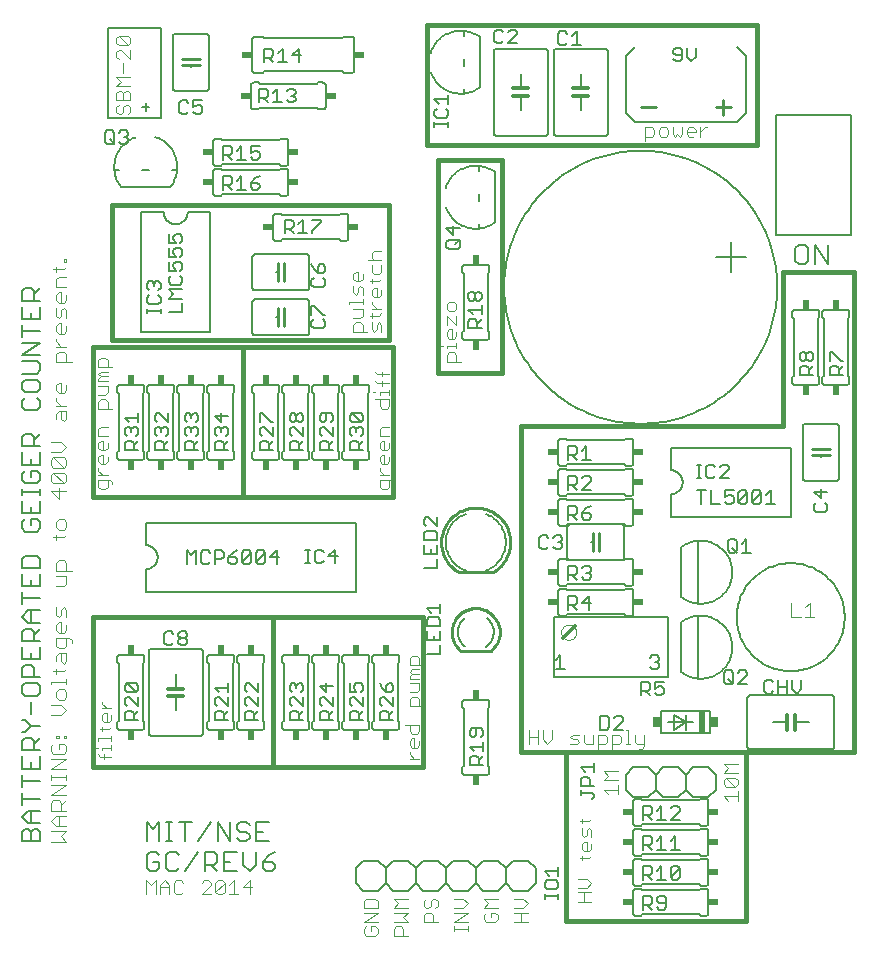
<source format=gto>
G75*
%MOIN*%
%OFA0B0*%
%FSLAX24Y24*%
%IPPOS*%
%LPD*%
%AMOC8*
5,1,8,0,0,1.08239X$1,22.5*
%
%ADD10C,0.0060*%
%ADD11C,0.0040*%
%ADD12C,0.0160*%
%ADD13C,0.0050*%
%ADD14C,0.0120*%
%ADD15R,0.0340X0.0240*%
%ADD16C,0.0100*%
%ADD17R,0.0240X0.0340*%
%ADD18C,0.0080*%
%ADD19C,0.0020*%
%ADD20R,0.0200X0.0736*%
%ADD21R,0.0250X0.0335*%
D10*
X005130Y002907D02*
X005237Y002800D01*
X005450Y002800D01*
X005557Y002907D01*
X005557Y003120D01*
X005344Y003120D01*
X005130Y002907D02*
X005130Y003334D01*
X005237Y003441D01*
X005450Y003441D01*
X005557Y003334D01*
X005775Y003334D02*
X005775Y002907D01*
X005881Y002800D01*
X006095Y002800D01*
X006202Y002907D01*
X006419Y002800D02*
X006846Y003441D01*
X007064Y003441D02*
X007384Y003441D01*
X007491Y003334D01*
X007491Y003120D01*
X007384Y003014D01*
X007064Y003014D01*
X007277Y003014D02*
X007491Y002800D01*
X007708Y002800D02*
X008135Y002800D01*
X008353Y003014D02*
X008566Y002800D01*
X008780Y003014D01*
X008780Y003441D01*
X008782Y003800D02*
X009209Y003800D01*
X009424Y003441D02*
X009211Y003334D01*
X008997Y003120D01*
X009318Y003120D01*
X009424Y003014D01*
X009424Y002907D01*
X009318Y002800D01*
X009104Y002800D01*
X008997Y002907D01*
X008997Y003120D01*
X008782Y003800D02*
X008782Y004441D01*
X009209Y004441D01*
X008996Y004120D02*
X008782Y004120D01*
X008565Y004014D02*
X008565Y003907D01*
X008458Y003800D01*
X008245Y003800D01*
X008138Y003907D01*
X008245Y004120D02*
X008458Y004120D01*
X008565Y004014D01*
X008565Y004334D02*
X008458Y004441D01*
X008245Y004441D01*
X008138Y004334D01*
X008138Y004227D01*
X008245Y004120D01*
X007920Y003800D02*
X007920Y004441D01*
X007493Y004441D02*
X007920Y003800D01*
X007708Y003441D02*
X007708Y002800D01*
X007708Y003120D02*
X007922Y003120D01*
X008135Y003441D02*
X007708Y003441D01*
X007493Y003800D02*
X007493Y004441D01*
X007276Y004441D02*
X006849Y003800D01*
X007064Y003441D02*
X007064Y002800D01*
X006202Y003334D02*
X006095Y003441D01*
X005881Y003441D01*
X005775Y003334D01*
X005775Y003800D02*
X005988Y003800D01*
X005881Y003800D02*
X005881Y004441D01*
X005775Y004441D02*
X005988Y004441D01*
X006204Y004441D02*
X006631Y004441D01*
X006418Y004441D02*
X006418Y003800D01*
X005557Y003800D02*
X005557Y004441D01*
X005344Y004227D01*
X005130Y004441D01*
X005130Y003800D01*
X008353Y003441D02*
X008353Y003014D01*
X012100Y002895D02*
X012100Y002395D01*
X012350Y002145D01*
X012850Y002145D01*
X013100Y002395D01*
X013350Y002145D01*
X013850Y002145D01*
X014100Y002395D01*
X014100Y002895D01*
X013850Y003145D01*
X013350Y003145D01*
X013100Y002895D01*
X013100Y002395D01*
X013100Y002895D02*
X012850Y003145D01*
X012350Y003145D01*
X012100Y002895D01*
X014100Y002895D02*
X014350Y003145D01*
X014850Y003145D01*
X015100Y002895D01*
X015350Y003145D01*
X015850Y003145D01*
X016100Y002895D01*
X016350Y003145D01*
X016850Y003145D01*
X017100Y002895D01*
X017350Y003145D01*
X017850Y003145D01*
X018100Y002895D01*
X018100Y002395D01*
X017850Y002145D01*
X017350Y002145D01*
X017100Y002395D01*
X016850Y002145D01*
X016350Y002145D01*
X016100Y002395D01*
X015850Y002145D01*
X015350Y002145D01*
X015100Y002395D01*
X014850Y002145D01*
X014350Y002145D01*
X014100Y002395D01*
X015100Y002395D02*
X015100Y002895D01*
X016100Y002895D02*
X016100Y002395D01*
X017100Y002395D02*
X017100Y002895D01*
X016450Y006020D02*
X015750Y006020D01*
X015733Y006022D01*
X015716Y006026D01*
X015700Y006033D01*
X015686Y006043D01*
X015673Y006056D01*
X015663Y006070D01*
X015656Y006086D01*
X015652Y006103D01*
X015650Y006120D01*
X015650Y006270D01*
X015700Y006320D01*
X015700Y008220D01*
X015650Y008270D01*
X015650Y008420D01*
X015652Y008437D01*
X015656Y008454D01*
X015663Y008470D01*
X015673Y008484D01*
X015686Y008497D01*
X015700Y008507D01*
X015716Y008514D01*
X015733Y008518D01*
X015750Y008520D01*
X016450Y008520D01*
X016467Y008518D01*
X016484Y008514D01*
X016500Y008507D01*
X016514Y008497D01*
X016527Y008484D01*
X016537Y008470D01*
X016544Y008454D01*
X016548Y008437D01*
X016550Y008420D01*
X016550Y008270D01*
X016500Y008220D01*
X016500Y006320D01*
X016550Y006270D01*
X016550Y006120D01*
X016548Y006103D01*
X016544Y006086D01*
X016537Y006070D01*
X016527Y006056D01*
X016514Y006043D01*
X016500Y006033D01*
X016484Y006026D01*
X016467Y006022D01*
X016450Y006020D01*
X013550Y007620D02*
X013550Y007770D01*
X013500Y007820D01*
X013500Y009720D01*
X013550Y009770D01*
X013550Y009920D01*
X013548Y009937D01*
X013544Y009954D01*
X013537Y009970D01*
X013527Y009984D01*
X013514Y009997D01*
X013500Y010007D01*
X013484Y010014D01*
X013467Y010018D01*
X013450Y010020D01*
X012750Y010020D01*
X012733Y010018D01*
X012716Y010014D01*
X012700Y010007D01*
X012686Y009997D01*
X012673Y009984D01*
X012663Y009970D01*
X012656Y009954D01*
X012652Y009937D01*
X012650Y009920D01*
X012650Y009770D01*
X012700Y009720D01*
X012700Y007820D01*
X012650Y007770D01*
X012650Y007620D01*
X012652Y007603D01*
X012656Y007586D01*
X012663Y007570D01*
X012673Y007556D01*
X012686Y007543D01*
X012700Y007533D01*
X012716Y007526D01*
X012733Y007522D01*
X012750Y007520D01*
X013450Y007520D01*
X013467Y007522D01*
X013484Y007526D01*
X013500Y007533D01*
X013514Y007543D01*
X013527Y007556D01*
X013537Y007570D01*
X013544Y007586D01*
X013548Y007603D01*
X013550Y007620D01*
X012550Y007620D02*
X012550Y007770D01*
X012500Y007820D01*
X012500Y009720D01*
X012550Y009770D01*
X012550Y009920D01*
X012548Y009937D01*
X012544Y009954D01*
X012537Y009970D01*
X012527Y009984D01*
X012514Y009997D01*
X012500Y010007D01*
X012484Y010014D01*
X012467Y010018D01*
X012450Y010020D01*
X011750Y010020D01*
X011733Y010018D01*
X011716Y010014D01*
X011700Y010007D01*
X011686Y009997D01*
X011673Y009984D01*
X011663Y009970D01*
X011656Y009954D01*
X011652Y009937D01*
X011650Y009920D01*
X011650Y009770D01*
X011700Y009720D01*
X011700Y007820D01*
X011650Y007770D01*
X011650Y007620D01*
X011652Y007603D01*
X011656Y007586D01*
X011663Y007570D01*
X011673Y007556D01*
X011686Y007543D01*
X011700Y007533D01*
X011716Y007526D01*
X011733Y007522D01*
X011750Y007520D01*
X012450Y007520D01*
X012467Y007522D01*
X012484Y007526D01*
X012500Y007533D01*
X012514Y007543D01*
X012527Y007556D01*
X012537Y007570D01*
X012544Y007586D01*
X012548Y007603D01*
X012550Y007620D01*
X011550Y007620D02*
X011550Y007770D01*
X011500Y007820D01*
X011500Y009720D01*
X011550Y009770D01*
X011550Y009920D01*
X011548Y009937D01*
X011544Y009954D01*
X011537Y009970D01*
X011527Y009984D01*
X011514Y009997D01*
X011500Y010007D01*
X011484Y010014D01*
X011467Y010018D01*
X011450Y010020D01*
X010750Y010020D01*
X010733Y010018D01*
X010716Y010014D01*
X010700Y010007D01*
X010686Y009997D01*
X010673Y009984D01*
X010663Y009970D01*
X010656Y009954D01*
X010652Y009937D01*
X010650Y009920D01*
X010650Y009770D01*
X010700Y009720D01*
X010700Y007820D01*
X010650Y007770D01*
X010650Y007620D01*
X010550Y007620D02*
X010550Y007770D01*
X010500Y007820D01*
X010500Y009720D01*
X010550Y009770D01*
X010550Y009920D01*
X010548Y009937D01*
X010544Y009954D01*
X010537Y009970D01*
X010527Y009984D01*
X010514Y009997D01*
X010500Y010007D01*
X010484Y010014D01*
X010467Y010018D01*
X010450Y010020D01*
X009750Y010020D01*
X009733Y010018D01*
X009716Y010014D01*
X009700Y010007D01*
X009686Y009997D01*
X009673Y009984D01*
X009663Y009970D01*
X009656Y009954D01*
X009652Y009937D01*
X009650Y009920D01*
X009650Y009770D01*
X009700Y009720D01*
X009700Y007820D01*
X009650Y007770D01*
X009650Y007620D01*
X009652Y007603D01*
X009656Y007586D01*
X009663Y007570D01*
X009673Y007556D01*
X009686Y007543D01*
X009700Y007533D01*
X009716Y007526D01*
X009733Y007522D01*
X009750Y007520D01*
X010450Y007520D01*
X010467Y007522D01*
X010484Y007526D01*
X010500Y007533D01*
X010514Y007543D01*
X010527Y007556D01*
X010537Y007570D01*
X010544Y007586D01*
X010548Y007603D01*
X010550Y007620D01*
X010650Y007620D02*
X010652Y007603D01*
X010656Y007586D01*
X010663Y007570D01*
X010673Y007556D01*
X010686Y007543D01*
X010700Y007533D01*
X010716Y007526D01*
X010733Y007522D01*
X010750Y007520D01*
X011450Y007520D01*
X011467Y007522D01*
X011484Y007526D01*
X011500Y007533D01*
X011514Y007543D01*
X011527Y007556D01*
X011537Y007570D01*
X011544Y007586D01*
X011548Y007603D01*
X011550Y007620D01*
X009050Y007620D02*
X009050Y007770D01*
X009000Y007820D01*
X009000Y009720D01*
X009050Y009770D01*
X009050Y009920D01*
X009048Y009937D01*
X009044Y009954D01*
X009037Y009970D01*
X009027Y009984D01*
X009014Y009997D01*
X009000Y010007D01*
X008984Y010014D01*
X008967Y010018D01*
X008950Y010020D01*
X008250Y010020D01*
X008233Y010018D01*
X008216Y010014D01*
X008200Y010007D01*
X008186Y009997D01*
X008173Y009984D01*
X008163Y009970D01*
X008156Y009954D01*
X008152Y009937D01*
X008150Y009920D01*
X008150Y009770D01*
X008200Y009720D01*
X008200Y007820D01*
X008150Y007770D01*
X008150Y007620D01*
X008152Y007603D01*
X008156Y007586D01*
X008163Y007570D01*
X008173Y007556D01*
X008186Y007543D01*
X008200Y007533D01*
X008216Y007526D01*
X008233Y007522D01*
X008250Y007520D01*
X008950Y007520D01*
X008967Y007522D01*
X008984Y007526D01*
X009000Y007533D01*
X009014Y007543D01*
X009027Y007556D01*
X009037Y007570D01*
X009044Y007586D01*
X009048Y007603D01*
X009050Y007620D01*
X008050Y007620D02*
X008050Y007770D01*
X008000Y007820D01*
X008000Y009720D01*
X008050Y009770D01*
X008050Y009920D01*
X008048Y009937D01*
X008044Y009954D01*
X008037Y009970D01*
X008027Y009984D01*
X008014Y009997D01*
X008000Y010007D01*
X007984Y010014D01*
X007967Y010018D01*
X007950Y010020D01*
X007250Y010020D01*
X007233Y010018D01*
X007216Y010014D01*
X007200Y010007D01*
X007186Y009997D01*
X007173Y009984D01*
X007163Y009970D01*
X007156Y009954D01*
X007152Y009937D01*
X007150Y009920D01*
X007150Y009770D01*
X007200Y009720D01*
X007200Y007820D01*
X007150Y007770D01*
X007150Y007620D01*
X007152Y007603D01*
X007156Y007586D01*
X007163Y007570D01*
X007173Y007556D01*
X007186Y007543D01*
X007200Y007533D01*
X007216Y007526D01*
X007233Y007522D01*
X007250Y007520D01*
X007950Y007520D01*
X007967Y007522D01*
X007984Y007526D01*
X008000Y007533D01*
X008014Y007543D01*
X008027Y007556D01*
X008037Y007570D01*
X008044Y007586D01*
X008048Y007603D01*
X008050Y007620D01*
X007000Y007420D02*
X007000Y010120D01*
X006998Y010137D01*
X006994Y010154D01*
X006987Y010170D01*
X006977Y010184D01*
X006964Y010197D01*
X006950Y010207D01*
X006934Y010214D01*
X006917Y010218D01*
X006900Y010220D01*
X005300Y010220D01*
X005283Y010218D01*
X005266Y010214D01*
X005250Y010207D01*
X005236Y010197D01*
X005223Y010184D01*
X005213Y010170D01*
X005206Y010154D01*
X005202Y010137D01*
X005200Y010120D01*
X005200Y007420D01*
X005202Y007403D01*
X005206Y007386D01*
X005213Y007370D01*
X005223Y007356D01*
X005236Y007343D01*
X005250Y007333D01*
X005266Y007326D01*
X005283Y007322D01*
X005300Y007320D01*
X006900Y007320D01*
X006917Y007322D01*
X006934Y007326D01*
X006950Y007333D01*
X006964Y007343D01*
X006977Y007356D01*
X006987Y007370D01*
X006994Y007386D01*
X006998Y007403D01*
X007000Y007420D01*
X006100Y008170D02*
X006100Y008640D01*
X006100Y008890D02*
X006100Y009370D01*
X005050Y009770D02*
X005050Y009920D01*
X005048Y009937D01*
X005044Y009954D01*
X005037Y009970D01*
X005027Y009984D01*
X005014Y009997D01*
X005000Y010007D01*
X004984Y010014D01*
X004967Y010018D01*
X004950Y010020D01*
X004250Y010020D01*
X004233Y010018D01*
X004216Y010014D01*
X004200Y010007D01*
X004186Y009997D01*
X004173Y009984D01*
X004163Y009970D01*
X004156Y009954D01*
X004152Y009937D01*
X004150Y009920D01*
X004150Y009770D01*
X004200Y009720D01*
X004200Y007820D01*
X004150Y007770D01*
X004150Y007620D01*
X004152Y007603D01*
X004156Y007586D01*
X004163Y007570D01*
X004173Y007556D01*
X004186Y007543D01*
X004200Y007533D01*
X004216Y007526D01*
X004233Y007522D01*
X004250Y007520D01*
X004950Y007520D01*
X004967Y007522D01*
X004984Y007526D01*
X005000Y007533D01*
X005014Y007543D01*
X005027Y007556D01*
X005037Y007570D01*
X005044Y007586D01*
X005048Y007603D01*
X005050Y007620D01*
X005050Y007770D01*
X005000Y007820D01*
X005000Y009720D01*
X005050Y009770D01*
X005100Y012120D02*
X005100Y012870D01*
X005139Y012872D01*
X005178Y012878D01*
X005216Y012887D01*
X005253Y012900D01*
X005289Y012917D01*
X005322Y012937D01*
X005354Y012961D01*
X005383Y012987D01*
X005409Y013016D01*
X005433Y013048D01*
X005453Y013081D01*
X005470Y013117D01*
X005483Y013154D01*
X005492Y013192D01*
X005498Y013231D01*
X005500Y013270D01*
X005498Y013309D01*
X005492Y013348D01*
X005483Y013386D01*
X005470Y013423D01*
X005453Y013459D01*
X005433Y013492D01*
X005409Y013524D01*
X005383Y013553D01*
X005354Y013579D01*
X005322Y013603D01*
X005289Y013623D01*
X005253Y013640D01*
X005216Y013653D01*
X005178Y013662D01*
X005139Y013668D01*
X005100Y013670D01*
X005100Y014420D01*
X012100Y014420D01*
X012100Y012120D01*
X005100Y012120D01*
X004950Y016520D02*
X004250Y016520D01*
X004233Y016522D01*
X004216Y016526D01*
X004200Y016533D01*
X004186Y016543D01*
X004173Y016556D01*
X004163Y016570D01*
X004156Y016586D01*
X004152Y016603D01*
X004150Y016620D01*
X004150Y016770D01*
X004200Y016820D01*
X004200Y018720D01*
X004150Y018770D01*
X004150Y018920D01*
X004152Y018937D01*
X004156Y018954D01*
X004163Y018970D01*
X004173Y018984D01*
X004186Y018997D01*
X004200Y019007D01*
X004216Y019014D01*
X004233Y019018D01*
X004250Y019020D01*
X004950Y019020D01*
X004967Y019018D01*
X004984Y019014D01*
X005000Y019007D01*
X005014Y018997D01*
X005027Y018984D01*
X005037Y018970D01*
X005044Y018954D01*
X005048Y018937D01*
X005050Y018920D01*
X005050Y018770D01*
X005000Y018720D01*
X005000Y016820D01*
X005050Y016770D01*
X005050Y016620D01*
X005048Y016603D01*
X005044Y016586D01*
X005037Y016570D01*
X005027Y016556D01*
X005014Y016543D01*
X005000Y016533D01*
X004984Y016526D01*
X004967Y016522D01*
X004950Y016520D01*
X005150Y016620D02*
X005150Y016770D01*
X005200Y016820D01*
X005200Y018720D01*
X005150Y018770D01*
X005150Y018920D01*
X005152Y018937D01*
X005156Y018954D01*
X005163Y018970D01*
X005173Y018984D01*
X005186Y018997D01*
X005200Y019007D01*
X005216Y019014D01*
X005233Y019018D01*
X005250Y019020D01*
X005950Y019020D01*
X005967Y019018D01*
X005984Y019014D01*
X006000Y019007D01*
X006014Y018997D01*
X006027Y018984D01*
X006037Y018970D01*
X006044Y018954D01*
X006048Y018937D01*
X006050Y018920D01*
X006050Y018770D01*
X006000Y018720D01*
X006000Y016820D01*
X006050Y016770D01*
X006050Y016620D01*
X006048Y016603D01*
X006044Y016586D01*
X006037Y016570D01*
X006027Y016556D01*
X006014Y016543D01*
X006000Y016533D01*
X005984Y016526D01*
X005967Y016522D01*
X005950Y016520D01*
X005250Y016520D01*
X005233Y016522D01*
X005216Y016526D01*
X005200Y016533D01*
X005186Y016543D01*
X005173Y016556D01*
X005163Y016570D01*
X005156Y016586D01*
X005152Y016603D01*
X005150Y016620D01*
X006150Y016620D02*
X006150Y016770D01*
X006200Y016820D01*
X006200Y018720D01*
X006150Y018770D01*
X006150Y018920D01*
X006152Y018937D01*
X006156Y018954D01*
X006163Y018970D01*
X006173Y018984D01*
X006186Y018997D01*
X006200Y019007D01*
X006216Y019014D01*
X006233Y019018D01*
X006250Y019020D01*
X006950Y019020D01*
X006967Y019018D01*
X006984Y019014D01*
X007000Y019007D01*
X007014Y018997D01*
X007027Y018984D01*
X007037Y018970D01*
X007044Y018954D01*
X007048Y018937D01*
X007050Y018920D01*
X007050Y018770D01*
X007000Y018720D01*
X007000Y016820D01*
X007050Y016770D01*
X007050Y016620D01*
X007150Y016620D02*
X007150Y016770D01*
X007200Y016820D01*
X007200Y018720D01*
X007150Y018770D01*
X007150Y018920D01*
X007152Y018937D01*
X007156Y018954D01*
X007163Y018970D01*
X007173Y018984D01*
X007186Y018997D01*
X007200Y019007D01*
X007216Y019014D01*
X007233Y019018D01*
X007250Y019020D01*
X007950Y019020D01*
X007967Y019018D01*
X007984Y019014D01*
X008000Y019007D01*
X008014Y018997D01*
X008027Y018984D01*
X008037Y018970D01*
X008044Y018954D01*
X008048Y018937D01*
X008050Y018920D01*
X008050Y018770D01*
X008000Y018720D01*
X008000Y016820D01*
X008050Y016770D01*
X008050Y016620D01*
X008048Y016603D01*
X008044Y016586D01*
X008037Y016570D01*
X008027Y016556D01*
X008014Y016543D01*
X008000Y016533D01*
X007984Y016526D01*
X007967Y016522D01*
X007950Y016520D01*
X007250Y016520D01*
X007233Y016522D01*
X007216Y016526D01*
X007200Y016533D01*
X007186Y016543D01*
X007173Y016556D01*
X007163Y016570D01*
X007156Y016586D01*
X007152Y016603D01*
X007150Y016620D01*
X007050Y016620D02*
X007048Y016603D01*
X007044Y016586D01*
X007037Y016570D01*
X007027Y016556D01*
X007014Y016543D01*
X007000Y016533D01*
X006984Y016526D01*
X006967Y016522D01*
X006950Y016520D01*
X006250Y016520D01*
X006233Y016522D01*
X006216Y016526D01*
X006200Y016533D01*
X006186Y016543D01*
X006173Y016556D01*
X006163Y016570D01*
X006156Y016586D01*
X006152Y016603D01*
X006150Y016620D01*
X008650Y016620D02*
X008650Y016770D01*
X008700Y016820D01*
X008700Y018720D01*
X008650Y018770D01*
X008650Y018920D01*
X008652Y018937D01*
X008656Y018954D01*
X008663Y018970D01*
X008673Y018984D01*
X008686Y018997D01*
X008700Y019007D01*
X008716Y019014D01*
X008733Y019018D01*
X008750Y019020D01*
X009450Y019020D01*
X009467Y019018D01*
X009484Y019014D01*
X009500Y019007D01*
X009514Y018997D01*
X009527Y018984D01*
X009537Y018970D01*
X009544Y018954D01*
X009548Y018937D01*
X009550Y018920D01*
X009550Y018770D01*
X009500Y018720D01*
X009500Y016820D01*
X009550Y016770D01*
X009550Y016620D01*
X009548Y016603D01*
X009544Y016586D01*
X009537Y016570D01*
X009527Y016556D01*
X009514Y016543D01*
X009500Y016533D01*
X009484Y016526D01*
X009467Y016522D01*
X009450Y016520D01*
X008750Y016520D01*
X008733Y016522D01*
X008716Y016526D01*
X008700Y016533D01*
X008686Y016543D01*
X008673Y016556D01*
X008663Y016570D01*
X008656Y016586D01*
X008652Y016603D01*
X008650Y016620D01*
X009650Y016620D02*
X009650Y016770D01*
X009700Y016820D01*
X009700Y018720D01*
X009650Y018770D01*
X009650Y018920D01*
X009652Y018937D01*
X009656Y018954D01*
X009663Y018970D01*
X009673Y018984D01*
X009686Y018997D01*
X009700Y019007D01*
X009716Y019014D01*
X009733Y019018D01*
X009750Y019020D01*
X010450Y019020D01*
X010467Y019018D01*
X010484Y019014D01*
X010500Y019007D01*
X010514Y018997D01*
X010527Y018984D01*
X010537Y018970D01*
X010544Y018954D01*
X010548Y018937D01*
X010550Y018920D01*
X010550Y018770D01*
X010500Y018720D01*
X010500Y016820D01*
X010550Y016770D01*
X010550Y016620D01*
X010548Y016603D01*
X010544Y016586D01*
X010537Y016570D01*
X010527Y016556D01*
X010514Y016543D01*
X010500Y016533D01*
X010484Y016526D01*
X010467Y016522D01*
X010450Y016520D01*
X009750Y016520D01*
X009733Y016522D01*
X009716Y016526D01*
X009700Y016533D01*
X009686Y016543D01*
X009673Y016556D01*
X009663Y016570D01*
X009656Y016586D01*
X009652Y016603D01*
X009650Y016620D01*
X010650Y016620D02*
X010650Y016770D01*
X010700Y016820D01*
X010700Y018720D01*
X010650Y018770D01*
X010650Y018920D01*
X010652Y018937D01*
X010656Y018954D01*
X010663Y018970D01*
X010673Y018984D01*
X010686Y018997D01*
X010700Y019007D01*
X010716Y019014D01*
X010733Y019018D01*
X010750Y019020D01*
X011450Y019020D01*
X011467Y019018D01*
X011484Y019014D01*
X011500Y019007D01*
X011514Y018997D01*
X011527Y018984D01*
X011537Y018970D01*
X011544Y018954D01*
X011548Y018937D01*
X011550Y018920D01*
X011550Y018770D01*
X011500Y018720D01*
X011500Y016820D01*
X011550Y016770D01*
X011550Y016620D01*
X011548Y016603D01*
X011544Y016586D01*
X011537Y016570D01*
X011527Y016556D01*
X011514Y016543D01*
X011500Y016533D01*
X011484Y016526D01*
X011467Y016522D01*
X011450Y016520D01*
X010750Y016520D01*
X010733Y016522D01*
X010716Y016526D01*
X010700Y016533D01*
X010686Y016543D01*
X010673Y016556D01*
X010663Y016570D01*
X010656Y016586D01*
X010652Y016603D01*
X010650Y016620D01*
X011650Y016620D02*
X011650Y016770D01*
X011700Y016820D01*
X011700Y018720D01*
X011650Y018770D01*
X011650Y018920D01*
X011652Y018937D01*
X011656Y018954D01*
X011663Y018970D01*
X011673Y018984D01*
X011686Y018997D01*
X011700Y019007D01*
X011716Y019014D01*
X011733Y019018D01*
X011750Y019020D01*
X012450Y019020D01*
X012467Y019018D01*
X012484Y019014D01*
X012500Y019007D01*
X012514Y018997D01*
X012527Y018984D01*
X012537Y018970D01*
X012544Y018954D01*
X012548Y018937D01*
X012550Y018920D01*
X012550Y018770D01*
X012500Y018720D01*
X012500Y016820D01*
X012550Y016770D01*
X012550Y016620D01*
X012548Y016603D01*
X012544Y016586D01*
X012537Y016570D01*
X012527Y016556D01*
X012514Y016543D01*
X012500Y016533D01*
X012484Y016526D01*
X012467Y016522D01*
X012450Y016520D01*
X011750Y016520D01*
X011733Y016522D01*
X011716Y016526D01*
X011700Y016533D01*
X011686Y016543D01*
X011673Y016556D01*
X011663Y016570D01*
X011656Y016586D01*
X011652Y016603D01*
X011650Y016620D01*
X010450Y020670D02*
X008750Y020670D01*
X008733Y020672D01*
X008716Y020676D01*
X008700Y020683D01*
X008686Y020693D01*
X008673Y020706D01*
X008663Y020720D01*
X008656Y020736D01*
X008652Y020753D01*
X008650Y020770D01*
X008650Y021770D01*
X008652Y021787D01*
X008656Y021804D01*
X008663Y021820D01*
X008673Y021834D01*
X008686Y021847D01*
X008700Y021857D01*
X008716Y021864D01*
X008733Y021868D01*
X008750Y021870D01*
X010450Y021870D01*
X010467Y021868D01*
X010484Y021864D01*
X010500Y021857D01*
X010514Y021847D01*
X010527Y021834D01*
X010537Y021820D01*
X010544Y021804D01*
X010548Y021787D01*
X010550Y021770D01*
X010550Y020770D01*
X010548Y020753D01*
X010544Y020736D01*
X010537Y020720D01*
X010527Y020706D01*
X010514Y020693D01*
X010500Y020683D01*
X010484Y020676D01*
X010467Y020672D01*
X010450Y020670D01*
X009750Y021270D02*
X009700Y021270D01*
X009500Y021270D02*
X009450Y021270D01*
X008750Y022170D02*
X010450Y022170D01*
X010467Y022172D01*
X010484Y022176D01*
X010500Y022183D01*
X010514Y022193D01*
X010527Y022206D01*
X010537Y022220D01*
X010544Y022236D01*
X010548Y022253D01*
X010550Y022270D01*
X010550Y023270D01*
X010548Y023287D01*
X010544Y023304D01*
X010537Y023320D01*
X010527Y023334D01*
X010514Y023347D01*
X010500Y023357D01*
X010484Y023364D01*
X010467Y023368D01*
X010450Y023370D01*
X008750Y023370D01*
X008733Y023368D01*
X008716Y023364D01*
X008700Y023357D01*
X008686Y023347D01*
X008673Y023334D01*
X008663Y023320D01*
X008656Y023304D01*
X008652Y023287D01*
X008650Y023270D01*
X008650Y022270D01*
X008652Y022253D01*
X008656Y022236D01*
X008663Y022220D01*
X008673Y022206D01*
X008686Y022193D01*
X008700Y022183D01*
X008716Y022176D01*
X008733Y022172D01*
X008750Y022170D01*
X009450Y022770D02*
X009500Y022770D01*
X009700Y022770D02*
X009750Y022770D01*
X009600Y023820D02*
X009450Y023820D01*
X009433Y023822D01*
X009416Y023826D01*
X009400Y023833D01*
X009386Y023843D01*
X009373Y023856D01*
X009363Y023870D01*
X009356Y023886D01*
X009352Y023903D01*
X009350Y023920D01*
X009350Y024620D01*
X009352Y024637D01*
X009356Y024654D01*
X009363Y024670D01*
X009373Y024684D01*
X009386Y024697D01*
X009400Y024707D01*
X009416Y024714D01*
X009433Y024718D01*
X009450Y024720D01*
X009600Y024720D01*
X009650Y024670D01*
X011550Y024670D01*
X011600Y024720D01*
X011750Y024720D01*
X011767Y024718D01*
X011784Y024714D01*
X011800Y024707D01*
X011814Y024697D01*
X011827Y024684D01*
X011837Y024670D01*
X011844Y024654D01*
X011848Y024637D01*
X011850Y024620D01*
X011850Y023920D01*
X011848Y023903D01*
X011844Y023886D01*
X011837Y023870D01*
X011827Y023856D01*
X011814Y023843D01*
X011800Y023833D01*
X011784Y023826D01*
X011767Y023822D01*
X011750Y023820D01*
X011600Y023820D01*
X011550Y023870D01*
X009650Y023870D01*
X009600Y023820D01*
X009600Y025320D02*
X009550Y025370D01*
X007650Y025370D01*
X007600Y025320D01*
X007450Y025320D01*
X007433Y025322D01*
X007416Y025326D01*
X007400Y025333D01*
X007386Y025343D01*
X007373Y025356D01*
X007363Y025370D01*
X007356Y025386D01*
X007352Y025403D01*
X007350Y025420D01*
X007350Y026120D01*
X007352Y026137D01*
X007356Y026154D01*
X007363Y026170D01*
X007373Y026184D01*
X007386Y026197D01*
X007400Y026207D01*
X007416Y026214D01*
X007433Y026218D01*
X007450Y026220D01*
X007600Y026220D01*
X007650Y026170D01*
X009550Y026170D01*
X009600Y026220D01*
X009750Y026220D01*
X009767Y026218D01*
X009784Y026214D01*
X009800Y026207D01*
X009814Y026197D01*
X009827Y026184D01*
X009837Y026170D01*
X009844Y026154D01*
X009848Y026137D01*
X009850Y026120D01*
X009850Y025420D01*
X009848Y025403D01*
X009844Y025386D01*
X009837Y025370D01*
X009827Y025356D01*
X009814Y025343D01*
X009800Y025333D01*
X009784Y025326D01*
X009767Y025322D01*
X009750Y025320D01*
X009600Y025320D01*
X009600Y026320D02*
X009550Y026370D01*
X007650Y026370D01*
X007600Y026320D01*
X007450Y026320D01*
X007433Y026322D01*
X007416Y026326D01*
X007400Y026333D01*
X007386Y026343D01*
X007373Y026356D01*
X007363Y026370D01*
X007356Y026386D01*
X007352Y026403D01*
X007350Y026420D01*
X007350Y027120D01*
X007352Y027137D01*
X007356Y027154D01*
X007363Y027170D01*
X007373Y027184D01*
X007386Y027197D01*
X007400Y027207D01*
X007416Y027214D01*
X007433Y027218D01*
X007450Y027220D01*
X007600Y027220D01*
X007650Y027170D01*
X009550Y027170D01*
X009600Y027220D01*
X009750Y027220D01*
X009767Y027218D01*
X009784Y027214D01*
X009800Y027207D01*
X009814Y027197D01*
X009827Y027184D01*
X009837Y027170D01*
X009844Y027154D01*
X009848Y027137D01*
X009850Y027120D01*
X009850Y026420D01*
X009848Y026403D01*
X009844Y026386D01*
X009837Y026370D01*
X009827Y026356D01*
X009814Y026343D01*
X009800Y026333D01*
X009784Y026326D01*
X009767Y026322D01*
X009750Y026320D01*
X009600Y026320D01*
X008850Y028195D02*
X008700Y028195D01*
X008683Y028197D01*
X008666Y028201D01*
X008650Y028208D01*
X008636Y028218D01*
X008623Y028231D01*
X008613Y028245D01*
X008606Y028261D01*
X008602Y028278D01*
X008600Y028295D01*
X008600Y028995D01*
X008602Y029012D01*
X008606Y029029D01*
X008613Y029045D01*
X008623Y029059D01*
X008636Y029072D01*
X008650Y029082D01*
X008666Y029089D01*
X008683Y029093D01*
X008700Y029095D01*
X008850Y029095D01*
X008900Y029045D01*
X010800Y029045D01*
X010850Y029095D01*
X011000Y029095D01*
X011017Y029093D01*
X011034Y029089D01*
X011050Y029082D01*
X011064Y029072D01*
X011077Y029059D01*
X011087Y029045D01*
X011094Y029029D01*
X011098Y029012D01*
X011100Y028995D01*
X011100Y028295D01*
X011098Y028278D01*
X011094Y028261D01*
X011087Y028245D01*
X011077Y028231D01*
X011064Y028218D01*
X011050Y028208D01*
X011034Y028201D01*
X011017Y028197D01*
X011000Y028195D01*
X010850Y028195D01*
X010800Y028245D01*
X008900Y028245D01*
X008850Y028195D01*
X008750Y029420D02*
X009000Y029420D01*
X009050Y029470D01*
X011650Y029470D01*
X011700Y029420D01*
X011950Y029420D01*
X011967Y029422D01*
X011984Y029426D01*
X012000Y029433D01*
X012014Y029443D01*
X012027Y029456D01*
X012037Y029470D01*
X012044Y029486D01*
X012048Y029503D01*
X012050Y029520D01*
X012050Y030520D01*
X012048Y030537D01*
X012044Y030554D01*
X012037Y030570D01*
X012027Y030584D01*
X012014Y030597D01*
X012000Y030607D01*
X011984Y030614D01*
X011967Y030618D01*
X011950Y030620D01*
X011700Y030620D01*
X011650Y030570D01*
X009050Y030570D01*
X009000Y030620D01*
X008750Y030620D01*
X008733Y030618D01*
X008716Y030614D01*
X008700Y030607D01*
X008686Y030597D01*
X008673Y030584D01*
X008663Y030570D01*
X008656Y030554D01*
X008652Y030537D01*
X008650Y030520D01*
X008650Y029520D01*
X008652Y029503D01*
X008656Y029486D01*
X008663Y029470D01*
X008673Y029456D01*
X008686Y029443D01*
X008700Y029433D01*
X008716Y029426D01*
X008733Y029422D01*
X008750Y029420D01*
X007200Y028920D02*
X007200Y030620D01*
X007198Y030637D01*
X007194Y030654D01*
X007187Y030670D01*
X007177Y030684D01*
X007164Y030697D01*
X007150Y030707D01*
X007134Y030714D01*
X007117Y030718D01*
X007100Y030720D01*
X006100Y030720D01*
X006083Y030718D01*
X006066Y030714D01*
X006050Y030707D01*
X006036Y030697D01*
X006023Y030684D01*
X006013Y030670D01*
X006006Y030654D01*
X006002Y030637D01*
X006000Y030620D01*
X006000Y028920D01*
X006002Y028903D01*
X006006Y028886D01*
X006013Y028870D01*
X006023Y028856D01*
X006036Y028843D01*
X006050Y028833D01*
X006066Y028826D01*
X006083Y028822D01*
X006100Y028820D01*
X007100Y028820D01*
X007117Y028822D01*
X007134Y028826D01*
X007150Y028833D01*
X007164Y028843D01*
X007177Y028856D01*
X007187Y028870D01*
X007194Y028886D01*
X007198Y028903D01*
X007200Y028920D01*
X006600Y029620D02*
X006600Y029670D01*
X006600Y029870D02*
X006600Y029920D01*
X006500Y024770D02*
X007250Y024770D01*
X007250Y020770D01*
X004950Y020770D01*
X004950Y024770D01*
X005700Y024770D01*
X005702Y024731D01*
X005708Y024692D01*
X005717Y024654D01*
X005730Y024617D01*
X005747Y024581D01*
X005767Y024548D01*
X005791Y024516D01*
X005817Y024487D01*
X005846Y024461D01*
X005878Y024437D01*
X005911Y024417D01*
X005947Y024400D01*
X005984Y024387D01*
X006022Y024378D01*
X006061Y024372D01*
X006100Y024370D01*
X006139Y024372D01*
X006178Y024378D01*
X006216Y024387D01*
X006253Y024400D01*
X006289Y024417D01*
X006322Y024437D01*
X006354Y024461D01*
X006383Y024487D01*
X006409Y024516D01*
X006433Y024548D01*
X006453Y024581D01*
X006470Y024617D01*
X006483Y024654D01*
X006492Y024692D01*
X006498Y024731D01*
X006500Y024770D01*
X015650Y022920D02*
X015650Y022770D01*
X015700Y022720D01*
X015700Y020820D01*
X015650Y020770D01*
X015650Y020620D01*
X015652Y020603D01*
X015656Y020586D01*
X015663Y020570D01*
X015673Y020556D01*
X015686Y020543D01*
X015700Y020533D01*
X015716Y020526D01*
X015733Y020522D01*
X015750Y020520D01*
X016450Y020520D01*
X016467Y020522D01*
X016484Y020526D01*
X016500Y020533D01*
X016514Y020543D01*
X016527Y020556D01*
X016537Y020570D01*
X016544Y020586D01*
X016548Y020603D01*
X016550Y020620D01*
X016550Y020770D01*
X016500Y020820D01*
X016500Y022720D01*
X016550Y022770D01*
X016550Y022920D01*
X016548Y022937D01*
X016544Y022954D01*
X016537Y022970D01*
X016527Y022984D01*
X016514Y022997D01*
X016500Y023007D01*
X016484Y023014D01*
X016467Y023018D01*
X016450Y023020D01*
X015750Y023020D01*
X015733Y023018D01*
X015716Y023014D01*
X015700Y023007D01*
X015686Y022997D01*
X015673Y022984D01*
X015663Y022970D01*
X015656Y022954D01*
X015652Y022937D01*
X015650Y022920D01*
X016800Y027320D02*
X018400Y027320D01*
X018417Y027322D01*
X018434Y027326D01*
X018450Y027333D01*
X018464Y027343D01*
X018477Y027356D01*
X018487Y027370D01*
X018494Y027386D01*
X018498Y027403D01*
X018500Y027420D01*
X018500Y030120D01*
X018498Y030137D01*
X018494Y030154D01*
X018487Y030170D01*
X018477Y030184D01*
X018464Y030197D01*
X018450Y030207D01*
X018434Y030214D01*
X018417Y030218D01*
X018400Y030220D01*
X016800Y030220D01*
X016783Y030218D01*
X016766Y030214D01*
X016750Y030207D01*
X016736Y030197D01*
X016723Y030184D01*
X016713Y030170D01*
X016706Y030154D01*
X016702Y030137D01*
X016700Y030120D01*
X016700Y027420D01*
X016702Y027403D01*
X016706Y027386D01*
X016713Y027370D01*
X016723Y027356D01*
X016736Y027343D01*
X016750Y027333D01*
X016766Y027326D01*
X016783Y027322D01*
X016800Y027320D01*
X017600Y028170D02*
X017600Y028650D01*
X017600Y028900D02*
X017600Y029370D01*
X018700Y030120D02*
X018700Y027420D01*
X018702Y027403D01*
X018706Y027386D01*
X018713Y027370D01*
X018723Y027356D01*
X018736Y027343D01*
X018750Y027333D01*
X018766Y027326D01*
X018783Y027322D01*
X018800Y027320D01*
X020400Y027320D01*
X020417Y027322D01*
X020434Y027326D01*
X020450Y027333D01*
X020464Y027343D01*
X020477Y027356D01*
X020487Y027370D01*
X020494Y027386D01*
X020498Y027403D01*
X020500Y027420D01*
X020500Y030120D01*
X020498Y030137D01*
X020494Y030154D01*
X020487Y030170D01*
X020477Y030184D01*
X020464Y030197D01*
X020450Y030207D01*
X020434Y030214D01*
X020417Y030218D01*
X020400Y030220D01*
X018800Y030220D01*
X018783Y030218D01*
X018766Y030214D01*
X018750Y030207D01*
X018736Y030197D01*
X018723Y030184D01*
X018713Y030170D01*
X018706Y030154D01*
X018702Y030137D01*
X018700Y030120D01*
X019600Y029370D02*
X019600Y028900D01*
X019600Y028650D02*
X019600Y028170D01*
X021100Y028070D02*
X021100Y029970D01*
X021400Y030270D01*
X021100Y028070D02*
X021400Y027770D01*
X024800Y027770D01*
X025100Y028070D01*
X025100Y029970D01*
X024800Y030270D01*
X026862Y023691D02*
X026755Y023584D01*
X026755Y023157D01*
X026862Y023050D01*
X027075Y023050D01*
X027182Y023157D01*
X027182Y023584D01*
X027075Y023691D01*
X026862Y023691D01*
X027400Y023691D02*
X027400Y023050D01*
X027827Y023050D02*
X027827Y023691D01*
X027400Y023691D02*
X027827Y023050D01*
X027750Y021520D02*
X028450Y021520D01*
X028467Y021518D01*
X028484Y021514D01*
X028500Y021507D01*
X028514Y021497D01*
X028527Y021484D01*
X028537Y021470D01*
X028544Y021454D01*
X028548Y021437D01*
X028550Y021420D01*
X028550Y021270D01*
X028500Y021220D01*
X028500Y019320D01*
X028550Y019270D01*
X028550Y019120D01*
X028548Y019103D01*
X028544Y019086D01*
X028537Y019070D01*
X028527Y019056D01*
X028514Y019043D01*
X028500Y019033D01*
X028484Y019026D01*
X028467Y019022D01*
X028450Y019020D01*
X027750Y019020D01*
X027733Y019022D01*
X027716Y019026D01*
X027700Y019033D01*
X027686Y019043D01*
X027673Y019056D01*
X027663Y019070D01*
X027656Y019086D01*
X027652Y019103D01*
X027650Y019120D01*
X027650Y019270D01*
X027700Y019320D01*
X027700Y021220D01*
X027650Y021270D01*
X027650Y021420D01*
X027652Y021437D01*
X027656Y021454D01*
X027663Y021470D01*
X027673Y021484D01*
X027686Y021497D01*
X027700Y021507D01*
X027716Y021514D01*
X027733Y021518D01*
X027750Y021520D01*
X027550Y021420D02*
X027550Y021270D01*
X027500Y021220D01*
X027500Y019320D01*
X027550Y019270D01*
X027550Y019120D01*
X027548Y019103D01*
X027544Y019086D01*
X027537Y019070D01*
X027527Y019056D01*
X027514Y019043D01*
X027500Y019033D01*
X027484Y019026D01*
X027467Y019022D01*
X027450Y019020D01*
X026750Y019020D01*
X026733Y019022D01*
X026716Y019026D01*
X026700Y019033D01*
X026686Y019043D01*
X026673Y019056D01*
X026663Y019070D01*
X026656Y019086D01*
X026652Y019103D01*
X026650Y019120D01*
X026650Y019270D01*
X026700Y019320D01*
X026700Y021220D01*
X026650Y021270D01*
X026650Y021420D01*
X026652Y021437D01*
X026656Y021454D01*
X026663Y021470D01*
X026673Y021484D01*
X026686Y021497D01*
X026700Y021507D01*
X026716Y021514D01*
X026733Y021518D01*
X026750Y021520D01*
X027450Y021520D01*
X027467Y021518D01*
X027484Y021514D01*
X027500Y021507D01*
X027514Y021497D01*
X027527Y021484D01*
X027537Y021470D01*
X027544Y021454D01*
X027548Y021437D01*
X027550Y021420D01*
X027100Y017720D02*
X028100Y017720D01*
X028117Y017718D01*
X028134Y017714D01*
X028150Y017707D01*
X028164Y017697D01*
X028177Y017684D01*
X028187Y017670D01*
X028194Y017654D01*
X028198Y017637D01*
X028200Y017620D01*
X028200Y015920D01*
X028198Y015903D01*
X028194Y015886D01*
X028187Y015870D01*
X028177Y015856D01*
X028164Y015843D01*
X028150Y015833D01*
X028134Y015826D01*
X028117Y015822D01*
X028100Y015820D01*
X027100Y015820D01*
X027083Y015822D01*
X027066Y015826D01*
X027050Y015833D01*
X027036Y015843D01*
X027023Y015856D01*
X027013Y015870D01*
X027006Y015886D01*
X027002Y015903D01*
X027000Y015920D01*
X027000Y017620D01*
X027002Y017637D01*
X027006Y017654D01*
X027013Y017670D01*
X027023Y017684D01*
X027036Y017697D01*
X027050Y017707D01*
X027066Y017714D01*
X027083Y017718D01*
X027100Y017720D01*
X026600Y016920D02*
X026600Y014620D01*
X022600Y014620D01*
X022600Y015370D01*
X022639Y015372D01*
X022678Y015378D01*
X022716Y015387D01*
X022753Y015400D01*
X022789Y015417D01*
X022822Y015437D01*
X022854Y015461D01*
X022883Y015487D01*
X022909Y015516D01*
X022933Y015548D01*
X022953Y015581D01*
X022970Y015617D01*
X022983Y015654D01*
X022992Y015692D01*
X022998Y015731D01*
X023000Y015770D01*
X022998Y015809D01*
X022992Y015848D01*
X022983Y015886D01*
X022970Y015923D01*
X022953Y015959D01*
X022933Y015992D01*
X022909Y016024D01*
X022883Y016053D01*
X022854Y016079D01*
X022822Y016103D01*
X022789Y016123D01*
X022753Y016140D01*
X022716Y016153D01*
X022678Y016162D01*
X022639Y016168D01*
X022600Y016170D01*
X022600Y016920D01*
X026600Y016920D01*
X027600Y016920D02*
X027600Y016870D01*
X027600Y016670D02*
X027600Y016620D01*
X022500Y011270D02*
X022500Y009270D01*
X018700Y009270D01*
X018700Y011270D01*
X022500Y011270D01*
X021350Y011420D02*
X021350Y012120D01*
X021348Y012137D01*
X021344Y012154D01*
X021337Y012170D01*
X021327Y012184D01*
X021314Y012197D01*
X021300Y012207D01*
X021284Y012214D01*
X021267Y012218D01*
X021250Y012220D01*
X021100Y012220D01*
X021050Y012170D01*
X019150Y012170D01*
X019100Y012220D01*
X018950Y012220D01*
X018933Y012218D01*
X018916Y012214D01*
X018900Y012207D01*
X018886Y012197D01*
X018873Y012184D01*
X018863Y012170D01*
X018856Y012154D01*
X018852Y012137D01*
X018850Y012120D01*
X018850Y011420D01*
X018852Y011403D01*
X018856Y011386D01*
X018863Y011370D01*
X018873Y011356D01*
X018886Y011343D01*
X018900Y011333D01*
X018916Y011326D01*
X018933Y011322D01*
X018950Y011320D01*
X019100Y011320D01*
X019150Y011370D01*
X021050Y011370D01*
X021100Y011320D01*
X021250Y011320D01*
X021267Y011322D01*
X021284Y011326D01*
X021300Y011333D01*
X021314Y011343D01*
X021327Y011356D01*
X021337Y011370D01*
X021344Y011386D01*
X021348Y011403D01*
X021350Y011420D01*
X021250Y012320D02*
X021100Y012320D01*
X021050Y012370D01*
X019150Y012370D01*
X019100Y012320D01*
X018950Y012320D01*
X018933Y012322D01*
X018916Y012326D01*
X018900Y012333D01*
X018886Y012343D01*
X018873Y012356D01*
X018863Y012370D01*
X018856Y012386D01*
X018852Y012403D01*
X018850Y012420D01*
X018850Y013120D01*
X018852Y013137D01*
X018856Y013154D01*
X018863Y013170D01*
X018873Y013184D01*
X018886Y013197D01*
X018900Y013207D01*
X018916Y013214D01*
X018933Y013218D01*
X018950Y013220D01*
X019100Y013220D01*
X019150Y013170D01*
X021050Y013170D01*
X021100Y013220D01*
X021250Y013220D01*
X021267Y013218D01*
X021284Y013214D01*
X021300Y013207D01*
X021314Y013197D01*
X021327Y013184D01*
X021337Y013170D01*
X021344Y013154D01*
X021348Y013137D01*
X021350Y013120D01*
X021350Y012420D01*
X021348Y012403D01*
X021344Y012386D01*
X021337Y012370D01*
X021327Y012356D01*
X021314Y012343D01*
X021300Y012333D01*
X021284Y012326D01*
X021267Y012322D01*
X021250Y012320D01*
X020950Y013170D02*
X019250Y013170D01*
X019233Y013172D01*
X019216Y013176D01*
X019200Y013183D01*
X019186Y013193D01*
X019173Y013206D01*
X019163Y013220D01*
X019156Y013236D01*
X019152Y013253D01*
X019150Y013270D01*
X019150Y014270D01*
X019100Y014320D02*
X019150Y014370D01*
X021050Y014370D01*
X021100Y014320D01*
X021250Y014320D01*
X021267Y014322D01*
X021284Y014326D01*
X021300Y014333D01*
X021314Y014343D01*
X021327Y014356D01*
X021337Y014370D01*
X021344Y014386D01*
X021348Y014403D01*
X021350Y014420D01*
X021350Y015120D01*
X021348Y015137D01*
X021344Y015154D01*
X021337Y015170D01*
X021327Y015184D01*
X021314Y015197D01*
X021300Y015207D01*
X021284Y015214D01*
X021267Y015218D01*
X021250Y015220D01*
X021100Y015220D01*
X021050Y015170D01*
X019150Y015170D01*
X019100Y015220D01*
X018950Y015220D01*
X018933Y015218D01*
X018916Y015214D01*
X018900Y015207D01*
X018886Y015197D01*
X018873Y015184D01*
X018863Y015170D01*
X018856Y015154D01*
X018852Y015137D01*
X018850Y015120D01*
X018850Y014420D01*
X018852Y014403D01*
X018856Y014386D01*
X018863Y014370D01*
X018873Y014356D01*
X018886Y014343D01*
X018900Y014333D01*
X018916Y014326D01*
X018933Y014322D01*
X018950Y014320D01*
X019100Y014320D01*
X019150Y014270D02*
X019152Y014287D01*
X019156Y014304D01*
X019163Y014320D01*
X019173Y014334D01*
X019186Y014347D01*
X019200Y014357D01*
X019216Y014364D01*
X019233Y014368D01*
X019250Y014370D01*
X020950Y014370D01*
X020967Y014368D01*
X020984Y014364D01*
X021000Y014357D01*
X021014Y014347D01*
X021027Y014334D01*
X021037Y014320D01*
X021044Y014304D01*
X021048Y014287D01*
X021050Y014270D01*
X021050Y013270D01*
X021048Y013253D01*
X021044Y013236D01*
X021037Y013220D01*
X021027Y013206D01*
X021014Y013193D01*
X021000Y013183D01*
X020984Y013176D01*
X020967Y013172D01*
X020950Y013170D01*
X020250Y013770D02*
X020200Y013770D01*
X020000Y013770D02*
X019950Y013770D01*
X019100Y015320D02*
X019150Y015370D01*
X021050Y015370D01*
X021100Y015320D01*
X021250Y015320D01*
X021267Y015322D01*
X021284Y015326D01*
X021300Y015333D01*
X021314Y015343D01*
X021327Y015356D01*
X021337Y015370D01*
X021344Y015386D01*
X021348Y015403D01*
X021350Y015420D01*
X021350Y016120D01*
X021348Y016137D01*
X021344Y016154D01*
X021337Y016170D01*
X021327Y016184D01*
X021314Y016197D01*
X021300Y016207D01*
X021284Y016214D01*
X021267Y016218D01*
X021250Y016220D01*
X021100Y016220D01*
X021050Y016170D01*
X019150Y016170D01*
X019100Y016220D01*
X018950Y016220D01*
X018933Y016218D01*
X018916Y016214D01*
X018900Y016207D01*
X018886Y016197D01*
X018873Y016184D01*
X018863Y016170D01*
X018856Y016154D01*
X018852Y016137D01*
X018850Y016120D01*
X018850Y015420D01*
X018852Y015403D01*
X018856Y015386D01*
X018863Y015370D01*
X018873Y015356D01*
X018886Y015343D01*
X018900Y015333D01*
X018916Y015326D01*
X018933Y015322D01*
X018950Y015320D01*
X019100Y015320D01*
X019100Y016320D02*
X019150Y016370D01*
X021050Y016370D01*
X021100Y016320D01*
X021250Y016320D01*
X021267Y016322D01*
X021284Y016326D01*
X021300Y016333D01*
X021314Y016343D01*
X021327Y016356D01*
X021337Y016370D01*
X021344Y016386D01*
X021348Y016403D01*
X021350Y016420D01*
X021350Y017120D01*
X021348Y017137D01*
X021344Y017154D01*
X021337Y017170D01*
X021327Y017184D01*
X021314Y017197D01*
X021300Y017207D01*
X021284Y017214D01*
X021267Y017218D01*
X021250Y017220D01*
X021100Y017220D01*
X021050Y017170D01*
X019150Y017170D01*
X019100Y017220D01*
X018950Y017220D01*
X018933Y017218D01*
X018916Y017214D01*
X018900Y017207D01*
X018886Y017197D01*
X018873Y017184D01*
X018863Y017170D01*
X018856Y017154D01*
X018852Y017137D01*
X018850Y017120D01*
X018850Y016420D01*
X018852Y016403D01*
X018856Y016386D01*
X018863Y016370D01*
X018873Y016356D01*
X018886Y016343D01*
X018900Y016333D01*
X018916Y016326D01*
X018933Y016322D01*
X018950Y016320D01*
X019100Y016320D01*
X016440Y014710D02*
X016498Y014687D01*
X016555Y014660D01*
X016610Y014630D01*
X016663Y014596D01*
X016714Y014559D01*
X016762Y014519D01*
X016808Y014476D01*
X016851Y014431D01*
X016891Y014382D01*
X016927Y014331D01*
X016961Y014278D01*
X016991Y014223D01*
X017018Y014167D01*
X017041Y014108D01*
X017060Y014049D01*
X017076Y013988D01*
X017088Y013926D01*
X017096Y013864D01*
X017100Y013801D01*
X017100Y013739D01*
X017096Y013676D01*
X017088Y013614D01*
X017076Y013552D01*
X017060Y013491D01*
X017041Y013432D01*
X017018Y013373D01*
X016991Y013317D01*
X016961Y013262D01*
X016927Y013209D01*
X016891Y013158D01*
X016851Y013109D01*
X016808Y013064D01*
X016762Y013021D01*
X016714Y012981D01*
X016663Y012944D01*
X016610Y012910D01*
X016555Y012880D01*
X016498Y012853D01*
X016440Y012830D01*
X015760Y012830D02*
X015702Y012853D01*
X015645Y012880D01*
X015590Y012910D01*
X015537Y012944D01*
X015486Y012981D01*
X015438Y013021D01*
X015392Y013064D01*
X015349Y013109D01*
X015309Y013158D01*
X015273Y013209D01*
X015239Y013262D01*
X015209Y013317D01*
X015182Y013373D01*
X015159Y013432D01*
X015140Y013491D01*
X015124Y013552D01*
X015112Y013614D01*
X015104Y013676D01*
X015100Y013739D01*
X015100Y013801D01*
X015104Y013864D01*
X015112Y013926D01*
X015124Y013988D01*
X015140Y014049D01*
X015159Y014108D01*
X015182Y014167D01*
X015209Y014223D01*
X015239Y014278D01*
X015273Y014331D01*
X015309Y014382D01*
X015349Y014431D01*
X015392Y014476D01*
X015438Y014519D01*
X015486Y014559D01*
X015537Y014596D01*
X015590Y014630D01*
X015645Y014660D01*
X015702Y014687D01*
X015760Y014710D01*
X016700Y010770D02*
X016698Y010723D01*
X016692Y010675D01*
X016683Y010629D01*
X016670Y010583D01*
X016654Y010539D01*
X016633Y010495D01*
X016610Y010454D01*
X016584Y010415D01*
X016554Y010378D01*
X016521Y010343D01*
X016486Y010311D01*
X016449Y010282D01*
X015500Y010770D02*
X015502Y010815D01*
X015507Y010861D01*
X015515Y010905D01*
X015527Y010949D01*
X015543Y010992D01*
X015561Y011034D01*
X015583Y011074D01*
X015607Y011112D01*
X015634Y011148D01*
X015664Y011183D01*
X015697Y011214D01*
X015732Y011244D01*
X015500Y010770D02*
X015502Y010725D01*
X015507Y010679D01*
X015515Y010635D01*
X015527Y010591D01*
X015543Y010548D01*
X015561Y010506D01*
X015583Y010466D01*
X015607Y010428D01*
X015634Y010392D01*
X015664Y010357D01*
X015697Y010326D01*
X015732Y010296D01*
X016700Y010770D02*
X016698Y010816D01*
X016693Y010862D01*
X016684Y010908D01*
X016672Y010953D01*
X016656Y010996D01*
X016637Y011038D01*
X016614Y011079D01*
X016589Y011118D01*
X016561Y011154D01*
X016530Y011189D01*
X016496Y011221D01*
X016460Y011250D01*
X021350Y006270D02*
X021100Y006020D01*
X021100Y005520D01*
X021350Y005270D01*
X021850Y005270D01*
X022100Y005520D01*
X022100Y006020D01*
X021850Y006270D01*
X021350Y006270D01*
X022100Y006020D02*
X022350Y006270D01*
X022850Y006270D01*
X023100Y006020D01*
X023350Y006270D01*
X023850Y006270D01*
X024100Y006020D01*
X024100Y005520D01*
X023850Y005270D01*
X023350Y005270D01*
X023100Y005520D01*
X022850Y005270D01*
X022350Y005270D01*
X022100Y005520D01*
X021650Y005170D02*
X023550Y005170D01*
X023600Y005220D01*
X023750Y005220D01*
X023767Y005218D01*
X023784Y005214D01*
X023800Y005207D01*
X023814Y005197D01*
X023827Y005184D01*
X023837Y005170D01*
X023844Y005154D01*
X023848Y005137D01*
X023850Y005120D01*
X023850Y004420D01*
X023848Y004403D01*
X023844Y004386D01*
X023837Y004370D01*
X023827Y004356D01*
X023814Y004343D01*
X023800Y004333D01*
X023784Y004326D01*
X023767Y004322D01*
X023750Y004320D01*
X023600Y004320D01*
X023550Y004370D01*
X021650Y004370D01*
X021600Y004320D01*
X021450Y004320D01*
X021450Y004220D02*
X021600Y004220D01*
X021650Y004170D01*
X023550Y004170D01*
X023600Y004220D01*
X023750Y004220D01*
X023767Y004218D01*
X023784Y004214D01*
X023800Y004207D01*
X023814Y004197D01*
X023827Y004184D01*
X023837Y004170D01*
X023844Y004154D01*
X023848Y004137D01*
X023850Y004120D01*
X023850Y003420D01*
X023848Y003403D01*
X023844Y003386D01*
X023837Y003370D01*
X023827Y003356D01*
X023814Y003343D01*
X023800Y003333D01*
X023784Y003326D01*
X023767Y003322D01*
X023750Y003320D01*
X023600Y003320D01*
X023550Y003370D01*
X021650Y003370D01*
X021600Y003320D01*
X021450Y003320D01*
X021450Y003220D02*
X021600Y003220D01*
X021650Y003170D01*
X023550Y003170D01*
X023600Y003220D01*
X023750Y003220D01*
X023767Y003218D01*
X023784Y003214D01*
X023800Y003207D01*
X023814Y003197D01*
X023827Y003184D01*
X023837Y003170D01*
X023844Y003154D01*
X023848Y003137D01*
X023850Y003120D01*
X023850Y002420D01*
X023848Y002403D01*
X023844Y002386D01*
X023837Y002370D01*
X023827Y002356D01*
X023814Y002343D01*
X023800Y002333D01*
X023784Y002326D01*
X023767Y002322D01*
X023750Y002320D01*
X023600Y002320D01*
X023550Y002370D01*
X021650Y002370D01*
X021600Y002320D01*
X021450Y002320D01*
X021450Y002220D02*
X021600Y002220D01*
X021650Y002170D01*
X023550Y002170D01*
X023600Y002220D01*
X023750Y002220D01*
X023767Y002218D01*
X023784Y002214D01*
X023800Y002207D01*
X023814Y002197D01*
X023827Y002184D01*
X023837Y002170D01*
X023844Y002154D01*
X023848Y002137D01*
X023850Y002120D01*
X023850Y001420D01*
X023848Y001403D01*
X023844Y001386D01*
X023837Y001370D01*
X023827Y001356D01*
X023814Y001343D01*
X023800Y001333D01*
X023784Y001326D01*
X023767Y001322D01*
X023750Y001320D01*
X023600Y001320D01*
X023550Y001370D01*
X021650Y001370D01*
X021600Y001320D01*
X021450Y001320D01*
X021433Y001322D01*
X021416Y001326D01*
X021400Y001333D01*
X021386Y001343D01*
X021373Y001356D01*
X021363Y001370D01*
X021356Y001386D01*
X021352Y001403D01*
X021350Y001420D01*
X021350Y002120D01*
X021352Y002137D01*
X021356Y002154D01*
X021363Y002170D01*
X021373Y002184D01*
X021386Y002197D01*
X021400Y002207D01*
X021416Y002214D01*
X021433Y002218D01*
X021450Y002220D01*
X021450Y002320D02*
X021433Y002322D01*
X021416Y002326D01*
X021400Y002333D01*
X021386Y002343D01*
X021373Y002356D01*
X021363Y002370D01*
X021356Y002386D01*
X021352Y002403D01*
X021350Y002420D01*
X021350Y003120D01*
X021352Y003137D01*
X021356Y003154D01*
X021363Y003170D01*
X021373Y003184D01*
X021386Y003197D01*
X021400Y003207D01*
X021416Y003214D01*
X021433Y003218D01*
X021450Y003220D01*
X021450Y003320D02*
X021433Y003322D01*
X021416Y003326D01*
X021400Y003333D01*
X021386Y003343D01*
X021373Y003356D01*
X021363Y003370D01*
X021356Y003386D01*
X021352Y003403D01*
X021350Y003420D01*
X021350Y004120D01*
X021352Y004137D01*
X021356Y004154D01*
X021363Y004170D01*
X021373Y004184D01*
X021386Y004197D01*
X021400Y004207D01*
X021416Y004214D01*
X021433Y004218D01*
X021450Y004220D01*
X021450Y004320D02*
X021433Y004322D01*
X021416Y004326D01*
X021400Y004333D01*
X021386Y004343D01*
X021373Y004356D01*
X021363Y004370D01*
X021356Y004386D01*
X021352Y004403D01*
X021350Y004420D01*
X021350Y005120D01*
X021352Y005137D01*
X021356Y005154D01*
X021363Y005170D01*
X021373Y005184D01*
X021386Y005197D01*
X021400Y005207D01*
X021416Y005214D01*
X021433Y005218D01*
X021450Y005220D01*
X021600Y005220D01*
X021650Y005170D01*
X023100Y005520D02*
X023100Y006020D01*
X023100Y007520D02*
X023100Y007770D01*
X023100Y008020D01*
X023100Y007770D02*
X022700Y007520D01*
X022700Y008020D01*
X023100Y007770D01*
X022500Y007770D01*
X022280Y007408D02*
X023920Y007408D01*
X023920Y008132D01*
X022280Y008132D01*
X022280Y007408D01*
X023100Y007770D02*
X023350Y007770D01*
X025150Y008570D02*
X025150Y006970D01*
X025152Y006953D01*
X025156Y006936D01*
X025163Y006920D01*
X025173Y006906D01*
X025186Y006893D01*
X025200Y006883D01*
X025216Y006876D01*
X025233Y006872D01*
X025250Y006870D01*
X027950Y006870D01*
X027967Y006872D01*
X027984Y006876D01*
X028000Y006883D01*
X028014Y006893D01*
X028027Y006906D01*
X028037Y006920D01*
X028044Y006936D01*
X028048Y006953D01*
X028050Y006970D01*
X028050Y008570D01*
X028048Y008587D01*
X028044Y008604D01*
X028037Y008620D01*
X028027Y008634D01*
X028014Y008647D01*
X028000Y008657D01*
X027984Y008664D01*
X027967Y008668D01*
X027950Y008670D01*
X025250Y008670D01*
X025233Y008668D01*
X025216Y008664D01*
X025200Y008657D01*
X025186Y008647D01*
X025173Y008634D01*
X025163Y008620D01*
X025156Y008604D01*
X025152Y008587D01*
X025150Y008570D01*
X026000Y007770D02*
X026480Y007770D01*
X026730Y007770D02*
X027200Y007770D01*
X015700Y028725D02*
X015700Y028883D01*
X016250Y028945D02*
X016250Y030595D01*
X015700Y030658D02*
X015700Y030815D01*
X015700Y029883D02*
X015700Y029658D01*
X016250Y028945D02*
X016199Y028908D01*
X016146Y028873D01*
X016090Y028841D01*
X016033Y028813D01*
X015974Y028789D01*
X015914Y028768D01*
X015853Y028751D01*
X015791Y028737D01*
X015728Y028728D01*
X015665Y028722D01*
X015601Y028720D01*
X015537Y028722D01*
X015474Y028728D01*
X015411Y028737D01*
X015349Y028750D01*
X015288Y028768D01*
X015228Y028788D01*
X015169Y028813D01*
X015112Y028840D01*
X015056Y028872D01*
X015003Y028906D01*
X014952Y028944D01*
X014903Y028985D01*
X014857Y029029D01*
X014813Y029075D01*
X014772Y029124D01*
X014735Y029175D01*
X014700Y029229D01*
X014669Y029284D01*
X014641Y029341D01*
X014617Y029400D01*
X014597Y029460D01*
X014597Y030080D02*
X014617Y030140D01*
X014641Y030199D01*
X014669Y030256D01*
X014700Y030311D01*
X014735Y030365D01*
X014772Y030416D01*
X014813Y030465D01*
X014857Y030511D01*
X014903Y030555D01*
X014952Y030596D01*
X015003Y030634D01*
X015056Y030668D01*
X015112Y030700D01*
X015169Y030727D01*
X015228Y030752D01*
X015288Y030772D01*
X015349Y030790D01*
X015411Y030803D01*
X015474Y030812D01*
X015537Y030818D01*
X015601Y030820D01*
X015665Y030818D01*
X015728Y030812D01*
X015791Y030803D01*
X015853Y030789D01*
X015914Y030772D01*
X015974Y030751D01*
X016033Y030727D01*
X016090Y030699D01*
X016146Y030667D01*
X016199Y030632D01*
X016250Y030595D01*
D11*
X021745Y027597D02*
X021745Y027137D01*
X021745Y027290D02*
X021975Y027290D01*
X022052Y027367D01*
X022052Y027520D01*
X021975Y027597D01*
X021745Y027597D01*
X022205Y027520D02*
X022205Y027367D01*
X022282Y027290D01*
X022436Y027290D01*
X022512Y027367D01*
X022512Y027520D01*
X022436Y027597D01*
X022282Y027597D01*
X022205Y027520D01*
X022666Y027597D02*
X022666Y027367D01*
X022743Y027290D01*
X022819Y027367D01*
X022896Y027290D01*
X022973Y027367D01*
X022973Y027597D01*
X023126Y027520D02*
X023203Y027597D01*
X023356Y027597D01*
X023433Y027520D01*
X023433Y027444D01*
X023126Y027444D01*
X023126Y027520D02*
X023126Y027367D01*
X023203Y027290D01*
X023356Y027290D01*
X023587Y027290D02*
X023587Y027597D01*
X023740Y027597D02*
X023817Y027597D01*
X023740Y027597D02*
X023587Y027444D01*
X015455Y021709D02*
X015378Y021785D01*
X015225Y021785D01*
X015148Y021709D01*
X015148Y021555D01*
X015225Y021478D01*
X015378Y021478D01*
X015455Y021555D01*
X015455Y021709D01*
X015455Y021325D02*
X015455Y021018D01*
X015148Y021325D01*
X015148Y021018D01*
X015225Y020864D02*
X015302Y020864D01*
X015302Y020558D01*
X015378Y020558D02*
X015225Y020558D01*
X015148Y020634D01*
X015148Y020788D01*
X015225Y020864D01*
X015455Y020788D02*
X015455Y020634D01*
X015378Y020558D01*
X015455Y020404D02*
X015455Y020251D01*
X015455Y020327D02*
X015148Y020327D01*
X015148Y020251D01*
X014995Y020327D02*
X014918Y020327D01*
X015148Y020020D02*
X015225Y020097D01*
X015378Y020097D01*
X015455Y020020D01*
X015455Y019790D01*
X015608Y019790D02*
X015148Y019790D01*
X015148Y020020D01*
X013205Y019377D02*
X012821Y019377D01*
X012745Y019454D01*
X012975Y019454D02*
X012975Y019300D01*
X012975Y019147D02*
X012975Y018993D01*
X012821Y019070D02*
X012745Y019147D01*
X012821Y019070D02*
X013205Y019070D01*
X013205Y018840D02*
X013205Y018686D01*
X013205Y018763D02*
X012898Y018763D01*
X012898Y018686D01*
X012898Y018533D02*
X012898Y018303D01*
X012975Y018226D01*
X013128Y018226D01*
X013205Y018303D01*
X013205Y018533D01*
X012745Y018533D01*
X012745Y018763D02*
X012668Y018763D01*
X012975Y017612D02*
X013205Y017612D01*
X012975Y017612D02*
X012898Y017535D01*
X012898Y017305D01*
X013205Y017305D01*
X013052Y017152D02*
X013052Y016845D01*
X013128Y016845D02*
X012975Y016845D01*
X012898Y016921D01*
X012898Y017075D01*
X012975Y017152D01*
X013052Y017152D01*
X013205Y017075D02*
X013205Y016921D01*
X013128Y016845D01*
X013052Y016691D02*
X012975Y016691D01*
X012898Y016614D01*
X012898Y016461D01*
X012975Y016384D01*
X013128Y016384D01*
X013205Y016461D01*
X013205Y016614D01*
X013052Y016691D02*
X013052Y016384D01*
X012898Y016231D02*
X012898Y016154D01*
X013052Y016001D01*
X013205Y016001D02*
X012898Y016001D01*
X012898Y015847D02*
X012898Y015617D01*
X012975Y015540D01*
X013128Y015540D01*
X013205Y015617D01*
X013205Y015847D01*
X013282Y015847D02*
X012898Y015847D01*
X013282Y015847D02*
X013358Y015770D01*
X013358Y015694D01*
X012955Y020790D02*
X012955Y021020D01*
X012878Y021097D01*
X012802Y021020D01*
X012802Y020867D01*
X012725Y020790D01*
X012648Y020867D01*
X012648Y021097D01*
X012648Y021251D02*
X012648Y021404D01*
X012571Y021327D02*
X012878Y021327D01*
X012955Y021404D01*
X012955Y021558D02*
X012648Y021558D01*
X012648Y021711D02*
X012648Y021788D01*
X012648Y021711D02*
X012802Y021558D01*
X012802Y021941D02*
X012802Y022248D01*
X012725Y022248D01*
X012648Y022171D01*
X012648Y022018D01*
X012725Y021941D01*
X012878Y021941D01*
X012955Y022018D01*
X012955Y022171D01*
X012878Y022478D02*
X012955Y022555D01*
X012878Y022478D02*
X012571Y022478D01*
X012648Y022402D02*
X012648Y022555D01*
X012725Y022709D02*
X012878Y022709D01*
X012955Y022785D01*
X012955Y023015D01*
X012955Y023169D02*
X012495Y023169D01*
X012648Y023246D02*
X012648Y023399D01*
X012725Y023476D01*
X012955Y023476D01*
X012725Y023169D02*
X012648Y023246D01*
X012648Y023015D02*
X012648Y022785D01*
X012725Y022709D01*
X012330Y022709D02*
X012330Y022555D01*
X012253Y022478D01*
X012100Y022478D01*
X012023Y022555D01*
X012023Y022709D01*
X012100Y022785D01*
X012177Y022785D01*
X012177Y022478D01*
X012253Y022325D02*
X012177Y022248D01*
X012177Y022095D01*
X012100Y022018D01*
X012023Y022095D01*
X012023Y022325D01*
X012253Y022325D02*
X012330Y022248D01*
X012330Y022018D01*
X012330Y021864D02*
X012330Y021711D01*
X012330Y021788D02*
X011870Y021788D01*
X011870Y021711D01*
X012023Y021558D02*
X012330Y021558D01*
X012330Y021327D01*
X012253Y021251D01*
X012023Y021251D01*
X012100Y021097D02*
X012253Y021097D01*
X012330Y021020D01*
X012330Y020790D01*
X012483Y020790D02*
X012023Y020790D01*
X012023Y021020D01*
X012100Y021097D01*
X004580Y028117D02*
X004503Y028040D01*
X004580Y028117D02*
X004580Y028270D01*
X004503Y028347D01*
X004427Y028347D01*
X004350Y028270D01*
X004350Y028117D01*
X004273Y028040D01*
X004196Y028040D01*
X004120Y028117D01*
X004120Y028270D01*
X004196Y028347D01*
X004120Y028501D02*
X004120Y028731D01*
X004196Y028808D01*
X004273Y028808D01*
X004350Y028731D01*
X004427Y028808D01*
X004503Y028808D01*
X004580Y028731D01*
X004580Y028501D01*
X004120Y028501D01*
X004350Y028501D02*
X004350Y028731D01*
X004580Y028961D02*
X004120Y028961D01*
X004273Y029114D01*
X004120Y029268D01*
X004580Y029268D01*
X004350Y029421D02*
X004350Y029728D01*
X004196Y029882D02*
X004120Y029959D01*
X004120Y030112D01*
X004196Y030189D01*
X004273Y030189D01*
X004580Y029882D01*
X004580Y030189D01*
X004503Y030342D02*
X004196Y030649D01*
X004503Y030649D01*
X004580Y030572D01*
X004580Y030419D01*
X004503Y030342D01*
X004196Y030342D01*
X004120Y030419D01*
X004120Y030572D01*
X004196Y030649D01*
X002455Y023213D02*
X002455Y023127D01*
X002368Y023127D01*
X002368Y023213D01*
X002455Y023213D01*
X002455Y022956D02*
X002368Y022870D01*
X002021Y022870D01*
X002108Y022956D02*
X002108Y022783D01*
X002195Y022614D02*
X002455Y022614D01*
X002195Y022614D02*
X002108Y022528D01*
X002108Y022267D01*
X002455Y022267D01*
X002282Y022099D02*
X002282Y021752D01*
X002368Y021752D02*
X002195Y021752D01*
X002108Y021838D01*
X002108Y022012D01*
X002195Y022099D01*
X002282Y022099D01*
X002455Y022012D02*
X002455Y021838D01*
X002368Y021752D01*
X002368Y021583D02*
X002282Y021496D01*
X002282Y021323D01*
X002195Y021236D01*
X002108Y021323D01*
X002108Y021583D01*
X002368Y021583D02*
X002455Y021496D01*
X002455Y021236D01*
X002282Y021067D02*
X002282Y020720D01*
X002368Y020720D02*
X002195Y020720D01*
X002108Y020807D01*
X002108Y020981D01*
X002195Y021067D01*
X002282Y021067D01*
X002455Y020981D02*
X002455Y020807D01*
X002368Y020720D01*
X002108Y020551D02*
X002108Y020464D01*
X002282Y020291D01*
X002455Y020291D02*
X002108Y020291D01*
X002195Y020122D02*
X002368Y020122D01*
X002455Y020035D01*
X002455Y019775D01*
X002628Y019775D02*
X002108Y019775D01*
X002108Y020035D01*
X002195Y020122D01*
X002195Y019091D02*
X002282Y019091D01*
X002282Y018744D01*
X002368Y018744D02*
X002195Y018744D01*
X002108Y018831D01*
X002108Y019004D01*
X002195Y019091D01*
X002455Y019004D02*
X002455Y018831D01*
X002368Y018744D01*
X002108Y018574D02*
X002108Y018488D01*
X002282Y018314D01*
X002282Y018145D02*
X002282Y017885D01*
X002368Y017798D01*
X002455Y017885D01*
X002455Y018145D01*
X002195Y018145D01*
X002108Y018059D01*
X002108Y017885D01*
X002108Y018314D02*
X002455Y018314D01*
X002282Y017114D02*
X001935Y017114D01*
X002282Y017114D02*
X002455Y016941D01*
X002282Y016767D01*
X001935Y016767D01*
X002021Y016598D02*
X002368Y016252D01*
X002455Y016338D01*
X002455Y016512D01*
X002368Y016598D01*
X002021Y016598D01*
X001935Y016512D01*
X001935Y016338D01*
X002021Y016252D01*
X002368Y016252D01*
X002368Y016083D02*
X002455Y015996D01*
X002455Y015823D01*
X002368Y015736D01*
X002021Y016083D01*
X002368Y016083D01*
X002368Y015736D02*
X002021Y015736D01*
X001935Y015823D01*
X001935Y015996D01*
X002021Y016083D01*
X002195Y015567D02*
X002195Y015220D01*
X001935Y015480D01*
X002455Y015480D01*
X002368Y014536D02*
X002195Y014536D01*
X002108Y014449D01*
X002108Y014276D01*
X002195Y014189D01*
X002368Y014189D01*
X002455Y014276D01*
X002455Y014449D01*
X002368Y014536D01*
X002455Y014019D02*
X002368Y013932D01*
X002021Y013932D01*
X002108Y013845D02*
X002108Y014019D01*
X002195Y013161D02*
X002368Y013161D01*
X002455Y013074D01*
X002455Y012814D01*
X002455Y012645D02*
X002108Y012645D01*
X002108Y012814D02*
X002108Y013074D01*
X002195Y013161D01*
X002108Y012814D02*
X002628Y012814D01*
X002455Y012645D02*
X002455Y012385D01*
X002368Y012298D01*
X002108Y012298D01*
X002108Y011614D02*
X002108Y011354D01*
X002195Y011267D01*
X002282Y011354D01*
X002282Y011527D01*
X002368Y011614D01*
X002455Y011527D01*
X002455Y011267D01*
X002282Y011098D02*
X002282Y010751D01*
X002368Y010751D02*
X002195Y010751D01*
X002108Y010838D01*
X002108Y011012D01*
X002195Y011098D01*
X002282Y011098D01*
X002455Y011012D02*
X002455Y010838D01*
X002368Y010751D01*
X002455Y010583D02*
X002455Y010322D01*
X002368Y010236D01*
X002195Y010236D01*
X002108Y010322D01*
X002108Y010583D01*
X002542Y010583D01*
X002628Y010496D01*
X002628Y010409D01*
X002455Y010067D02*
X002455Y009807D01*
X002368Y009720D01*
X002282Y009807D01*
X002282Y010067D01*
X002195Y010067D02*
X002455Y010067D01*
X002195Y010067D02*
X002108Y009980D01*
X002108Y009807D01*
X002108Y009550D02*
X002108Y009376D01*
X002021Y009463D02*
X002368Y009463D01*
X002455Y009550D01*
X002455Y009206D02*
X002455Y009033D01*
X002455Y009119D02*
X001935Y009119D01*
X001935Y009033D01*
X002108Y008777D02*
X002108Y008604D01*
X002195Y008517D01*
X002368Y008517D01*
X002455Y008604D01*
X002455Y008777D01*
X002368Y008864D01*
X002195Y008864D01*
X002108Y008777D01*
X002282Y008348D02*
X001935Y008348D01*
X002282Y008348D02*
X002455Y008175D01*
X002282Y008001D01*
X001935Y008001D01*
X002108Y007315D02*
X002195Y007315D01*
X002195Y007228D01*
X002108Y007228D01*
X002108Y007315D01*
X002368Y007315D02*
X002368Y007228D01*
X002455Y007228D01*
X002455Y007315D01*
X002368Y007315D01*
X002368Y007059D02*
X002195Y007059D01*
X002195Y006886D01*
X002368Y007059D02*
X002455Y006972D01*
X002455Y006799D01*
X002368Y006712D01*
X002021Y006712D01*
X001935Y006799D01*
X001935Y006972D01*
X002021Y007059D01*
X001935Y006543D02*
X002455Y006543D01*
X001935Y006197D01*
X002455Y006197D01*
X002455Y006026D02*
X002455Y005853D01*
X002455Y005940D02*
X001935Y005940D01*
X001935Y006026D02*
X001935Y005853D01*
X001935Y005684D02*
X002455Y005684D01*
X001935Y005337D01*
X002455Y005337D01*
X002455Y005168D02*
X002282Y004995D01*
X002282Y005082D02*
X002282Y004821D01*
X002455Y004821D02*
X001935Y004821D01*
X001935Y005082D01*
X002021Y005168D01*
X002195Y005168D01*
X002282Y005082D01*
X002195Y004653D02*
X002195Y004306D01*
X002108Y004306D02*
X001935Y004479D01*
X002108Y004653D01*
X002455Y004653D01*
X002455Y004306D02*
X002108Y004306D01*
X001935Y004137D02*
X002455Y004137D01*
X002282Y003964D01*
X002455Y003790D01*
X001935Y003790D01*
X003571Y006617D02*
X003495Y006694D01*
X003571Y006617D02*
X003955Y006617D01*
X003955Y006847D02*
X003955Y007001D01*
X003955Y006924D02*
X003648Y006924D01*
X003648Y006847D01*
X003725Y006694D02*
X003725Y006540D01*
X003495Y006924D02*
X003418Y006924D01*
X003495Y007154D02*
X003495Y007231D01*
X003955Y007231D01*
X003955Y007154D02*
X003955Y007308D01*
X003878Y007538D02*
X003955Y007614D01*
X003878Y007538D02*
X003571Y007538D01*
X003648Y007461D02*
X003648Y007614D01*
X003725Y007768D02*
X003648Y007845D01*
X003648Y007998D01*
X003725Y008075D01*
X003802Y008075D01*
X003802Y007768D01*
X003878Y007768D02*
X003725Y007768D01*
X003878Y007768D02*
X003955Y007845D01*
X003955Y007998D01*
X003955Y008228D02*
X003648Y008228D01*
X003802Y008228D02*
X003648Y008382D01*
X003648Y008459D01*
X005120Y002501D02*
X005273Y002347D01*
X005427Y002501D01*
X005427Y002040D01*
X005580Y002040D02*
X005580Y002347D01*
X005734Y002501D01*
X005887Y002347D01*
X005887Y002040D01*
X006041Y002117D02*
X006118Y002040D01*
X006271Y002040D01*
X006348Y002117D01*
X006348Y002424D02*
X006271Y002501D01*
X006118Y002501D01*
X006041Y002424D01*
X006041Y002117D01*
X005887Y002270D02*
X005580Y002270D01*
X005120Y002040D02*
X005120Y002501D01*
X006962Y002424D02*
X007038Y002501D01*
X007192Y002501D01*
X007268Y002424D01*
X007268Y002347D01*
X006962Y002040D01*
X007268Y002040D01*
X007422Y002117D02*
X007729Y002424D01*
X007729Y002117D01*
X007652Y002040D01*
X007499Y002040D01*
X007422Y002117D01*
X007422Y002424D01*
X007499Y002501D01*
X007652Y002501D01*
X007729Y002424D01*
X007882Y002347D02*
X008036Y002501D01*
X008036Y002040D01*
X008189Y002040D02*
X007882Y002040D01*
X008343Y002270D02*
X008650Y002270D01*
X008573Y002040D02*
X008573Y002501D01*
X008343Y002270D01*
X012370Y001810D02*
X012370Y001580D01*
X012830Y001580D01*
X012830Y001810D01*
X012753Y001887D01*
X012446Y001887D01*
X012370Y001810D01*
X012370Y001426D02*
X012830Y001426D01*
X012370Y001119D01*
X012830Y001119D01*
X012753Y000966D02*
X012830Y000889D01*
X012830Y000736D01*
X012753Y000659D01*
X012446Y000659D01*
X012370Y000736D01*
X012370Y000889D01*
X012446Y000966D01*
X012600Y000966D02*
X012600Y000812D01*
X012600Y000966D02*
X012753Y000966D01*
X013370Y000889D02*
X013446Y000966D01*
X013600Y000966D01*
X013677Y000889D01*
X013677Y000659D01*
X013830Y000659D02*
X013370Y000659D01*
X013370Y000889D01*
X013370Y001119D02*
X013830Y001119D01*
X013677Y001273D01*
X013830Y001426D01*
X013370Y001426D01*
X013370Y001580D02*
X013523Y001733D01*
X013370Y001887D01*
X013830Y001887D01*
X013830Y001580D02*
X013370Y001580D01*
X014370Y001657D02*
X014446Y001580D01*
X014523Y001580D01*
X014600Y001657D01*
X014600Y001810D01*
X014677Y001887D01*
X014753Y001887D01*
X014830Y001810D01*
X014830Y001657D01*
X014753Y001580D01*
X014600Y001426D02*
X014677Y001350D01*
X014677Y001119D01*
X014830Y001119D02*
X014370Y001119D01*
X014370Y001350D01*
X014446Y001426D01*
X014600Y001426D01*
X014370Y001657D02*
X014370Y001810D01*
X014446Y001887D01*
X015370Y001887D02*
X015677Y001887D01*
X015830Y001733D01*
X015677Y001580D01*
X015370Y001580D01*
X015370Y001426D02*
X015830Y001426D01*
X015370Y001119D01*
X015830Y001119D01*
X015830Y000966D02*
X015830Y000812D01*
X015830Y000889D02*
X015370Y000889D01*
X015370Y000812D02*
X015370Y000966D01*
X016370Y001196D02*
X016446Y001119D01*
X016753Y001119D01*
X016830Y001196D01*
X016830Y001350D01*
X016753Y001426D01*
X016600Y001426D01*
X016600Y001273D01*
X016446Y001426D02*
X016370Y001350D01*
X016370Y001196D01*
X016370Y001580D02*
X016523Y001733D01*
X016370Y001887D01*
X016830Y001887D01*
X016830Y001580D02*
X016370Y001580D01*
X017370Y001580D02*
X017677Y001580D01*
X017830Y001733D01*
X017677Y001887D01*
X017370Y001887D01*
X017370Y001426D02*
X017830Y001426D01*
X017600Y001426D02*
X017600Y001119D01*
X017830Y001119D02*
X017370Y001119D01*
X019495Y001790D02*
X019955Y001790D01*
X019725Y001790D02*
X019725Y002097D01*
X019802Y002251D02*
X019495Y002251D01*
X019495Y002097D02*
X019955Y002097D01*
X019802Y002251D02*
X019955Y002404D01*
X019802Y002558D01*
X019495Y002558D01*
X019648Y003171D02*
X019648Y003325D01*
X019571Y003248D02*
X019878Y003248D01*
X019955Y003325D01*
X019878Y003478D02*
X019725Y003478D01*
X019648Y003555D01*
X019648Y003709D01*
X019725Y003785D01*
X019802Y003785D01*
X019802Y003478D01*
X019878Y003478D02*
X019955Y003555D01*
X019955Y003709D01*
X019955Y003939D02*
X019955Y004169D01*
X019878Y004246D01*
X019802Y004169D01*
X019802Y004015D01*
X019725Y003939D01*
X019648Y004015D01*
X019648Y004246D01*
X019648Y004399D02*
X019648Y004553D01*
X019571Y004476D02*
X019878Y004476D01*
X019955Y004553D01*
X020523Y005369D02*
X020370Y005523D01*
X020830Y005523D01*
X020830Y005676D02*
X020830Y005369D01*
X020830Y005830D02*
X020370Y005830D01*
X020523Y005983D01*
X020370Y006137D01*
X020830Y006137D01*
X020632Y006887D02*
X020632Y007347D01*
X020863Y007347D01*
X020939Y007270D01*
X020939Y007117D01*
X020863Y007040D01*
X020632Y007040D01*
X020479Y007117D02*
X020402Y007040D01*
X020172Y007040D01*
X020172Y006887D02*
X020172Y007347D01*
X020402Y007347D01*
X020479Y007270D01*
X020479Y007117D01*
X020018Y007040D02*
X020018Y007347D01*
X020018Y007040D02*
X019788Y007040D01*
X019712Y007117D01*
X019712Y007347D01*
X019558Y007347D02*
X019328Y007347D01*
X019251Y007270D01*
X019328Y007194D01*
X019481Y007194D01*
X019558Y007117D01*
X019481Y007040D01*
X019251Y007040D01*
X018637Y007194D02*
X018637Y007501D01*
X018330Y007501D02*
X018330Y007194D01*
X018484Y007040D01*
X018637Y007194D01*
X018177Y007270D02*
X017870Y007270D01*
X017870Y007040D02*
X017870Y007501D01*
X018177Y007501D02*
X018177Y007040D01*
X021093Y007040D02*
X021246Y007040D01*
X021169Y007040D02*
X021169Y007501D01*
X021093Y007501D01*
X021400Y007347D02*
X021400Y007117D01*
X021476Y007040D01*
X021707Y007040D01*
X021707Y006963D02*
X021630Y006887D01*
X021553Y006887D01*
X021707Y006963D02*
X021707Y007347D01*
X024370Y006387D02*
X024523Y006233D01*
X024370Y006080D01*
X024830Y006080D01*
X024753Y005926D02*
X024446Y005926D01*
X024753Y005619D01*
X024830Y005696D01*
X024830Y005850D01*
X024753Y005926D01*
X024753Y005619D02*
X024446Y005619D01*
X024370Y005696D01*
X024370Y005850D01*
X024446Y005926D01*
X024830Y005466D02*
X024830Y005159D01*
X024830Y005312D02*
X024370Y005312D01*
X024523Y005159D01*
X024370Y006387D02*
X024830Y006387D01*
X026620Y011290D02*
X026927Y011290D01*
X027080Y011290D02*
X027387Y011290D01*
X027234Y011290D02*
X027234Y011751D01*
X027080Y011597D01*
X026620Y011751D02*
X026620Y011290D01*
X014358Y009686D02*
X013898Y009686D01*
X013898Y009916D01*
X013975Y009993D01*
X014128Y009993D01*
X014205Y009916D01*
X014205Y009686D01*
X014205Y009533D02*
X013975Y009533D01*
X013898Y009456D01*
X013975Y009379D01*
X014205Y009379D01*
X014205Y009226D02*
X013898Y009226D01*
X013898Y009303D01*
X013975Y009379D01*
X013898Y009072D02*
X014205Y009072D01*
X014205Y008842D01*
X014128Y008765D01*
X013898Y008765D01*
X013975Y008612D02*
X013898Y008535D01*
X013898Y008305D01*
X014358Y008305D01*
X014205Y008305D02*
X014205Y008535D01*
X014128Y008612D01*
X013975Y008612D01*
X013898Y007691D02*
X013898Y007461D01*
X013975Y007384D01*
X014128Y007384D01*
X014205Y007461D01*
X014205Y007691D01*
X013745Y007691D01*
X013975Y007231D02*
X013898Y007154D01*
X013898Y007001D01*
X013975Y006924D01*
X014128Y006924D01*
X014205Y007001D01*
X014205Y007154D01*
X014052Y007231D02*
X014052Y006924D01*
X013898Y006770D02*
X013898Y006694D01*
X014052Y006540D01*
X014205Y006540D02*
X013898Y006540D01*
X013975Y007231D02*
X014052Y007231D01*
X003983Y015694D02*
X003983Y015770D01*
X003907Y015847D01*
X003523Y015847D01*
X003523Y015617D01*
X003600Y015540D01*
X003753Y015540D01*
X003830Y015617D01*
X003830Y015847D01*
X003830Y016001D02*
X003523Y016001D01*
X003523Y016154D02*
X003677Y016001D01*
X003523Y016154D02*
X003523Y016231D01*
X003600Y016384D02*
X003523Y016461D01*
X003523Y016614D01*
X003600Y016691D01*
X003677Y016691D01*
X003677Y016384D01*
X003753Y016384D02*
X003600Y016384D01*
X003753Y016384D02*
X003830Y016461D01*
X003830Y016614D01*
X003753Y016845D02*
X003600Y016845D01*
X003523Y016921D01*
X003523Y017075D01*
X003600Y017152D01*
X003677Y017152D01*
X003677Y016845D01*
X003753Y016845D02*
X003830Y016921D01*
X003830Y017075D01*
X003830Y017305D02*
X003523Y017305D01*
X003523Y017535D01*
X003600Y017612D01*
X003830Y017612D01*
X003830Y018226D02*
X003830Y018456D01*
X003753Y018533D01*
X003600Y018533D01*
X003523Y018456D01*
X003523Y018226D01*
X003983Y018226D01*
X003753Y018686D02*
X003830Y018763D01*
X003830Y018993D01*
X003523Y018993D01*
X003523Y019147D02*
X003523Y019223D01*
X003600Y019300D01*
X003523Y019377D01*
X003600Y019454D01*
X003830Y019454D01*
X003830Y019607D02*
X003830Y019837D01*
X003753Y019914D01*
X003600Y019914D01*
X003523Y019837D01*
X003523Y019607D01*
X003983Y019607D01*
X003830Y019300D02*
X003600Y019300D01*
X003523Y019147D02*
X003830Y019147D01*
X003753Y018686D02*
X003523Y018686D01*
D12*
X003350Y020270D02*
X008350Y020270D01*
X008350Y015270D01*
X003350Y015270D01*
X003350Y020270D01*
X003975Y020520D02*
X013225Y020520D01*
X013225Y025020D01*
X003975Y025020D01*
X003975Y020520D01*
X008350Y020270D02*
X013350Y020270D01*
X013350Y015270D01*
X008350Y015270D01*
X009350Y011270D02*
X014350Y011270D01*
X014350Y006270D01*
X009350Y006270D01*
X009350Y011270D01*
X003350Y011270D01*
X003350Y006270D01*
X009350Y006270D01*
X017600Y006770D02*
X028725Y006770D01*
X028725Y022770D01*
X026350Y022770D01*
X026350Y017645D01*
X017600Y017645D01*
X017600Y006770D01*
X019100Y006770D02*
X019100Y001145D01*
X025100Y001145D01*
X025100Y006770D01*
X019100Y006770D01*
X016975Y019395D02*
X014850Y019395D01*
X014850Y026520D01*
X016975Y026520D01*
X016975Y019395D01*
X014475Y027020D02*
X025475Y027020D01*
X025475Y031020D01*
X014475Y031020D01*
X014475Y027020D01*
D13*
X000964Y004100D02*
X000964Y003795D01*
X001575Y003795D01*
X001575Y004100D01*
X001473Y004202D01*
X001371Y004202D01*
X001270Y004100D01*
X001270Y003795D01*
X001270Y004100D02*
X001168Y004202D01*
X001066Y004202D01*
X000964Y004100D01*
X001168Y004403D02*
X000964Y004606D01*
X001168Y004810D01*
X001575Y004810D01*
X001270Y004810D02*
X001270Y004403D01*
X001168Y004403D02*
X001575Y004403D01*
X000964Y005011D02*
X000964Y005418D01*
X000964Y005618D02*
X000964Y006025D01*
X000964Y006226D02*
X001575Y006226D01*
X001575Y006633D01*
X001575Y006834D02*
X000964Y006834D01*
X000964Y007139D01*
X001066Y007241D01*
X001270Y007241D01*
X001371Y007139D01*
X001371Y006834D01*
X001371Y007037D02*
X001575Y007241D01*
X001575Y007645D02*
X001270Y007645D01*
X001066Y007849D01*
X000964Y007849D01*
X001270Y008049D02*
X001270Y008456D01*
X001473Y008657D02*
X001066Y008657D01*
X000964Y008759D01*
X000964Y008962D01*
X001066Y009064D01*
X001473Y009064D01*
X001575Y008962D01*
X001575Y008759D01*
X001473Y008657D01*
X001371Y009265D02*
X001371Y009570D01*
X001270Y009672D01*
X001066Y009672D01*
X000964Y009570D01*
X000964Y009265D01*
X001575Y009265D01*
X001575Y009872D02*
X000964Y009872D01*
X000964Y010279D01*
X000964Y010480D02*
X000964Y010785D01*
X001066Y010887D01*
X001270Y010887D01*
X001371Y010785D01*
X001371Y010480D01*
X001371Y010684D02*
X001575Y010887D01*
X001575Y011088D02*
X001168Y011088D01*
X000964Y011291D01*
X001168Y011495D01*
X001575Y011495D01*
X001270Y011495D02*
X001270Y011088D01*
X000964Y011696D02*
X000964Y012103D01*
X000964Y012303D02*
X001575Y012303D01*
X001575Y012710D01*
X001575Y012911D02*
X001575Y013216D01*
X001473Y013318D01*
X001066Y013318D01*
X000964Y013216D01*
X000964Y012911D01*
X001575Y012911D01*
X001270Y012507D02*
X001270Y012303D01*
X000964Y012303D02*
X000964Y012710D01*
X000964Y011899D02*
X001575Y011899D01*
X001575Y010480D02*
X000964Y010480D01*
X001270Y010076D02*
X001270Y009872D01*
X001575Y009872D02*
X001575Y010279D01*
X001270Y007645D02*
X001066Y007442D01*
X000964Y007442D01*
X000964Y006633D02*
X000964Y006226D01*
X001270Y006226D02*
X001270Y006430D01*
X001575Y005822D02*
X000964Y005822D01*
X000964Y005214D02*
X001575Y005214D01*
X004400Y007845D02*
X004400Y008070D01*
X004475Y008145D01*
X004625Y008145D01*
X004700Y008070D01*
X004700Y007845D01*
X004850Y007845D02*
X004400Y007845D01*
X004700Y007995D02*
X004850Y008145D01*
X004850Y008306D02*
X004550Y008606D01*
X004475Y008606D01*
X004400Y008531D01*
X004400Y008381D01*
X004475Y008306D01*
X004850Y008306D02*
X004850Y008606D01*
X004775Y008766D02*
X004475Y009066D01*
X004775Y009066D01*
X004850Y008991D01*
X004850Y008841D01*
X004775Y008766D01*
X004475Y008766D01*
X004400Y008841D01*
X004400Y008991D01*
X004475Y009066D01*
X005800Y010345D02*
X005725Y010420D01*
X005725Y010721D01*
X005800Y010796D01*
X005950Y010796D01*
X006025Y010721D01*
X006185Y010721D02*
X006260Y010796D01*
X006411Y010796D01*
X006486Y010721D01*
X006486Y010645D01*
X006411Y010570D01*
X006260Y010570D01*
X006185Y010645D01*
X006185Y010721D01*
X006260Y010570D02*
X006185Y010495D01*
X006185Y010420D01*
X006260Y010345D01*
X006411Y010345D01*
X006486Y010420D01*
X006486Y010495D01*
X006411Y010570D01*
X006025Y010420D02*
X005950Y010345D01*
X005800Y010345D01*
X007400Y008916D02*
X007850Y008916D01*
X007850Y008766D02*
X007850Y009066D01*
X007550Y008766D02*
X007400Y008916D01*
X007475Y008606D02*
X007400Y008531D01*
X007400Y008381D01*
X007475Y008306D01*
X007475Y008145D02*
X007625Y008145D01*
X007700Y008070D01*
X007700Y007845D01*
X007850Y007845D02*
X007400Y007845D01*
X007400Y008070D01*
X007475Y008145D01*
X007700Y007995D02*
X007850Y008145D01*
X007850Y008306D02*
X007550Y008606D01*
X007475Y008606D01*
X007850Y008606D02*
X007850Y008306D01*
X008400Y008381D02*
X008475Y008306D01*
X008400Y008381D02*
X008400Y008531D01*
X008475Y008606D01*
X008550Y008606D01*
X008850Y008306D01*
X008850Y008606D01*
X008850Y008766D02*
X008550Y009066D01*
X008475Y009066D01*
X008400Y008991D01*
X008400Y008841D01*
X008475Y008766D01*
X008850Y008766D02*
X008850Y009066D01*
X008850Y008145D02*
X008700Y007995D01*
X008700Y008070D02*
X008700Y007845D01*
X008850Y007845D02*
X008400Y007845D01*
X008400Y008070D01*
X008475Y008145D01*
X008625Y008145D01*
X008700Y008070D01*
X009900Y008070D02*
X009900Y007845D01*
X010350Y007845D01*
X010200Y007845D02*
X010200Y008070D01*
X010125Y008145D01*
X009975Y008145D01*
X009900Y008070D01*
X009975Y008306D02*
X009900Y008381D01*
X009900Y008531D01*
X009975Y008606D01*
X010050Y008606D01*
X010350Y008306D01*
X010350Y008606D01*
X010275Y008766D02*
X010350Y008841D01*
X010350Y008991D01*
X010275Y009066D01*
X010200Y009066D01*
X010125Y008991D01*
X010125Y008916D01*
X010125Y008991D02*
X010050Y009066D01*
X009975Y009066D01*
X009900Y008991D01*
X009900Y008841D01*
X009975Y008766D01*
X010350Y008145D02*
X010200Y007995D01*
X010900Y008070D02*
X010900Y007845D01*
X011350Y007845D01*
X011200Y007845D02*
X011200Y008070D01*
X011125Y008145D01*
X010975Y008145D01*
X010900Y008070D01*
X010975Y008306D02*
X010900Y008381D01*
X010900Y008531D01*
X010975Y008606D01*
X011050Y008606D01*
X011350Y008306D01*
X011350Y008606D01*
X011125Y008766D02*
X011125Y009066D01*
X011350Y008991D02*
X010900Y008991D01*
X011125Y008766D01*
X011350Y008145D02*
X011200Y007995D01*
X011900Y008070D02*
X011900Y007845D01*
X012350Y007845D01*
X012200Y007845D02*
X012200Y008070D01*
X012125Y008145D01*
X011975Y008145D01*
X011900Y008070D01*
X011975Y008306D02*
X011900Y008381D01*
X011900Y008531D01*
X011975Y008606D01*
X012050Y008606D01*
X012350Y008306D01*
X012350Y008606D01*
X012275Y008766D02*
X012350Y008841D01*
X012350Y008991D01*
X012275Y009066D01*
X012125Y009066D01*
X012050Y008991D01*
X012050Y008916D01*
X012125Y008766D01*
X011900Y008766D01*
X011900Y009066D01*
X012900Y009066D02*
X012975Y008916D01*
X013125Y008766D01*
X013125Y008991D01*
X013200Y009066D01*
X013275Y009066D01*
X013350Y008991D01*
X013350Y008841D01*
X013275Y008766D01*
X013125Y008766D01*
X013050Y008606D02*
X013350Y008306D01*
X013350Y008606D01*
X013050Y008606D02*
X012975Y008606D01*
X012900Y008531D01*
X012900Y008381D01*
X012975Y008306D01*
X012975Y008145D02*
X013125Y008145D01*
X013200Y008070D01*
X013200Y007845D01*
X013350Y007845D02*
X012900Y007845D01*
X012900Y008070D01*
X012975Y008145D01*
X013200Y007995D02*
X013350Y008145D01*
X012350Y008145D02*
X012200Y007995D01*
X014475Y010045D02*
X014925Y010045D01*
X014925Y010345D01*
X014925Y010506D02*
X014925Y010806D01*
X014925Y010966D02*
X014925Y011191D01*
X014850Y011266D01*
X014550Y011266D01*
X014475Y011191D01*
X014475Y010966D01*
X014925Y010966D01*
X014700Y010656D02*
X014700Y010506D01*
X014475Y010506D02*
X014925Y010506D01*
X014475Y010506D02*
X014475Y010806D01*
X014625Y011426D02*
X014475Y011577D01*
X014925Y011577D01*
X014925Y011727D02*
X014925Y011426D01*
X014825Y012920D02*
X014375Y012920D01*
X014825Y012920D02*
X014825Y013220D01*
X014825Y013381D02*
X014825Y013681D01*
X014825Y013841D02*
X014825Y014066D01*
X014750Y014141D01*
X014450Y014141D01*
X014375Y014066D01*
X014375Y013841D01*
X014825Y013841D01*
X014600Y013531D02*
X014600Y013381D01*
X014375Y013381D02*
X014825Y013381D01*
X014375Y013381D02*
X014375Y013681D01*
X014450Y014301D02*
X014375Y014376D01*
X014375Y014527D01*
X014450Y014602D01*
X014525Y014602D01*
X014825Y014301D01*
X014825Y014602D01*
X012350Y016845D02*
X011900Y016845D01*
X011900Y017070D01*
X011975Y017145D01*
X012125Y017145D01*
X012200Y017070D01*
X012200Y016845D01*
X012200Y016995D02*
X012350Y017145D01*
X012275Y017306D02*
X012350Y017381D01*
X012350Y017531D01*
X012275Y017606D01*
X012200Y017606D01*
X012125Y017531D01*
X012125Y017456D01*
X012125Y017531D02*
X012050Y017606D01*
X011975Y017606D01*
X011900Y017531D01*
X011900Y017381D01*
X011975Y017306D01*
X011975Y017766D02*
X011900Y017841D01*
X011900Y017991D01*
X011975Y018066D01*
X012275Y017766D01*
X012350Y017841D01*
X012350Y017991D01*
X012275Y018066D01*
X011975Y018066D01*
X011975Y017766D02*
X012275Y017766D01*
X011350Y017841D02*
X011350Y017991D01*
X011275Y018066D01*
X010975Y018066D01*
X010900Y017991D01*
X010900Y017841D01*
X010975Y017766D01*
X011050Y017766D01*
X011125Y017841D01*
X011125Y018066D01*
X011350Y017841D02*
X011275Y017766D01*
X011350Y017606D02*
X011350Y017306D01*
X011050Y017606D01*
X010975Y017606D01*
X010900Y017531D01*
X010900Y017381D01*
X010975Y017306D01*
X010975Y017145D02*
X011125Y017145D01*
X011200Y017070D01*
X011200Y016845D01*
X011350Y016845D02*
X010900Y016845D01*
X010900Y017070D01*
X010975Y017145D01*
X011200Y016995D02*
X011350Y017145D01*
X010350Y017145D02*
X010200Y016995D01*
X010200Y017070D02*
X010200Y016845D01*
X010350Y016845D02*
X009900Y016845D01*
X009900Y017070D01*
X009975Y017145D01*
X010125Y017145D01*
X010200Y017070D01*
X010350Y017306D02*
X010050Y017606D01*
X009975Y017606D01*
X009900Y017531D01*
X009900Y017381D01*
X009975Y017306D01*
X010350Y017306D02*
X010350Y017606D01*
X010275Y017766D02*
X010200Y017766D01*
X010125Y017841D01*
X010125Y017991D01*
X010200Y018066D01*
X010275Y018066D01*
X010350Y017991D01*
X010350Y017841D01*
X010275Y017766D01*
X010125Y017841D02*
X010050Y017766D01*
X009975Y017766D01*
X009900Y017841D01*
X009900Y017991D01*
X009975Y018066D01*
X010050Y018066D01*
X010125Y017991D01*
X009350Y017766D02*
X009275Y017766D01*
X008975Y018066D01*
X008900Y018066D01*
X008900Y017766D01*
X008975Y017606D02*
X008900Y017531D01*
X008900Y017381D01*
X008975Y017306D01*
X008975Y017145D02*
X009125Y017145D01*
X009200Y017070D01*
X009200Y016845D01*
X009350Y016845D02*
X008900Y016845D01*
X008900Y017070D01*
X008975Y017145D01*
X009200Y016995D02*
X009350Y017145D01*
X009350Y017306D02*
X009050Y017606D01*
X008975Y017606D01*
X009350Y017606D02*
X009350Y017306D01*
X007850Y017381D02*
X007775Y017306D01*
X007850Y017381D02*
X007850Y017531D01*
X007775Y017606D01*
X007700Y017606D01*
X007625Y017531D01*
X007625Y017456D01*
X007625Y017531D02*
X007550Y017606D01*
X007475Y017606D01*
X007400Y017531D01*
X007400Y017381D01*
X007475Y017306D01*
X007475Y017145D02*
X007625Y017145D01*
X007700Y017070D01*
X007700Y016845D01*
X007850Y016845D02*
X007400Y016845D01*
X007400Y017070D01*
X007475Y017145D01*
X007700Y016995D02*
X007850Y017145D01*
X007625Y017766D02*
X007400Y017991D01*
X007850Y017991D01*
X007625Y018066D02*
X007625Y017766D01*
X006850Y017841D02*
X006775Y017766D01*
X006850Y017841D02*
X006850Y017991D01*
X006775Y018066D01*
X006700Y018066D01*
X006625Y017991D01*
X006625Y017916D01*
X006625Y017991D02*
X006550Y018066D01*
X006475Y018066D01*
X006400Y017991D01*
X006400Y017841D01*
X006475Y017766D01*
X006475Y017606D02*
X006550Y017606D01*
X006625Y017531D01*
X006700Y017606D01*
X006775Y017606D01*
X006850Y017531D01*
X006850Y017381D01*
X006775Y017306D01*
X006850Y017145D02*
X006700Y016995D01*
X006700Y017070D02*
X006700Y016845D01*
X006850Y016845D02*
X006400Y016845D01*
X006400Y017070D01*
X006475Y017145D01*
X006625Y017145D01*
X006700Y017070D01*
X006475Y017306D02*
X006400Y017381D01*
X006400Y017531D01*
X006475Y017606D01*
X006625Y017531D02*
X006625Y017456D01*
X005850Y017531D02*
X005850Y017381D01*
X005775Y017306D01*
X005850Y017145D02*
X005700Y016995D01*
X005700Y017070D02*
X005700Y016845D01*
X005850Y016845D02*
X005400Y016845D01*
X005400Y017070D01*
X005475Y017145D01*
X005625Y017145D01*
X005700Y017070D01*
X005475Y017306D02*
X005400Y017381D01*
X005400Y017531D01*
X005475Y017606D01*
X005550Y017606D01*
X005625Y017531D01*
X005700Y017606D01*
X005775Y017606D01*
X005850Y017531D01*
X005625Y017531D02*
X005625Y017456D01*
X005475Y017766D02*
X005400Y017841D01*
X005400Y017991D01*
X005475Y018066D01*
X005550Y018066D01*
X005850Y017766D01*
X005850Y018066D01*
X004850Y018066D02*
X004850Y017766D01*
X004850Y017916D02*
X004400Y017916D01*
X004550Y017766D01*
X004550Y017606D02*
X004625Y017531D01*
X004700Y017606D01*
X004775Y017606D01*
X004850Y017531D01*
X004850Y017381D01*
X004775Y017306D01*
X004850Y017145D02*
X004700Y016995D01*
X004700Y017070D02*
X004700Y016845D01*
X004850Y016845D02*
X004400Y016845D01*
X004400Y017070D01*
X004475Y017145D01*
X004625Y017145D01*
X004700Y017070D01*
X004475Y017306D02*
X004400Y017381D01*
X004400Y017531D01*
X004475Y017606D01*
X004550Y017606D01*
X004625Y017531D02*
X004625Y017456D01*
X001575Y017369D02*
X001371Y017166D01*
X001371Y017268D02*
X001371Y016962D01*
X001575Y016962D02*
X000964Y016962D01*
X000964Y017268D01*
X001066Y017369D01*
X001270Y017369D01*
X001371Y017268D01*
X001575Y016762D02*
X001575Y016355D01*
X000964Y016355D01*
X000964Y016762D01*
X001270Y016558D02*
X001270Y016355D01*
X001270Y016154D02*
X001270Y015951D01*
X001270Y016154D02*
X001473Y016154D01*
X001575Y016052D01*
X001575Y015849D01*
X001473Y015747D01*
X001066Y015747D01*
X000964Y015849D01*
X000964Y016052D01*
X001066Y016154D01*
X000964Y015545D02*
X000964Y015342D01*
X000964Y015444D02*
X001575Y015444D01*
X001575Y015545D02*
X001575Y015342D01*
X001575Y015141D02*
X001575Y014734D01*
X000964Y014734D01*
X000964Y015141D01*
X001270Y014938D02*
X001270Y014734D01*
X001270Y014533D02*
X001270Y014330D01*
X001270Y014533D02*
X001473Y014533D01*
X001575Y014432D01*
X001575Y014228D01*
X001473Y014126D01*
X001066Y014126D01*
X000964Y014228D01*
X000964Y014432D01*
X001066Y014533D01*
X001066Y018178D02*
X001473Y018178D01*
X001575Y018280D01*
X001575Y018483D01*
X001473Y018585D01*
X001473Y018786D02*
X001575Y018887D01*
X001575Y019091D01*
X001473Y019193D01*
X001066Y019193D01*
X000964Y019091D01*
X000964Y018887D01*
X001066Y018786D01*
X001473Y018786D01*
X001066Y018585D02*
X000964Y018483D01*
X000964Y018280D01*
X001066Y018178D01*
X000964Y019393D02*
X001473Y019393D01*
X001575Y019495D01*
X001575Y019699D01*
X001473Y019800D01*
X000964Y019800D01*
X000964Y020001D02*
X001575Y020408D01*
X000964Y020408D01*
X000964Y020609D02*
X000964Y021016D01*
X000964Y021216D02*
X001575Y021216D01*
X001575Y021624D01*
X001575Y021824D02*
X000964Y021824D01*
X000964Y022129D01*
X001066Y022231D01*
X001270Y022231D01*
X001371Y022129D01*
X001371Y021824D01*
X001371Y022028D02*
X001575Y022231D01*
X000964Y021624D02*
X000964Y021216D01*
X001270Y021216D02*
X001270Y021420D01*
X001575Y020812D02*
X000964Y020812D01*
X000964Y020001D02*
X001575Y020001D01*
X005150Y021395D02*
X005150Y021545D01*
X005150Y021470D02*
X005600Y021470D01*
X005600Y021395D02*
X005600Y021545D01*
X005525Y021702D02*
X005600Y021777D01*
X005600Y021927D01*
X005525Y022002D01*
X005525Y022163D02*
X005600Y022238D01*
X005600Y022388D01*
X005525Y022463D01*
X005450Y022463D01*
X005375Y022388D01*
X005375Y022313D01*
X005375Y022388D02*
X005300Y022463D01*
X005225Y022463D01*
X005150Y022388D01*
X005150Y022238D01*
X005225Y022163D01*
X005225Y022002D02*
X005150Y021927D01*
X005150Y021777D01*
X005225Y021702D01*
X005525Y021702D01*
X005875Y021893D02*
X006025Y022043D01*
X005875Y022194D01*
X006325Y022194D01*
X006250Y022354D02*
X006325Y022429D01*
X006325Y022579D01*
X006250Y022654D01*
X006250Y022814D02*
X006325Y022889D01*
X006325Y023039D01*
X006250Y023114D01*
X006100Y023114D01*
X006025Y023039D01*
X006025Y022964D01*
X006100Y022814D01*
X005875Y022814D01*
X005875Y023114D01*
X005875Y023274D02*
X006100Y023274D01*
X006025Y023425D01*
X006025Y023500D01*
X006100Y023575D01*
X006250Y023575D01*
X006325Y023500D01*
X006325Y023349D01*
X006250Y023274D01*
X005875Y023274D02*
X005875Y023575D01*
X005875Y023735D02*
X006100Y023735D01*
X006025Y023885D01*
X006025Y023960D01*
X006100Y024035D01*
X006250Y024035D01*
X006325Y023960D01*
X006325Y023810D01*
X006250Y023735D01*
X005875Y023735D02*
X005875Y024035D01*
X005950Y022654D02*
X005875Y022579D01*
X005875Y022429D01*
X005950Y022354D01*
X006250Y022354D01*
X006325Y021893D02*
X005875Y021893D01*
X006325Y021733D02*
X006325Y021433D01*
X005875Y021433D01*
X005925Y025620D02*
X004275Y025620D01*
X004213Y026170D02*
X004055Y026170D01*
X004050Y027045D02*
X003900Y027195D01*
X003825Y027045D02*
X003750Y027120D01*
X003750Y027421D01*
X003825Y027496D01*
X003975Y027496D01*
X004050Y027421D01*
X004050Y027120D01*
X003975Y027045D01*
X003825Y027045D01*
X004210Y027120D02*
X004285Y027045D01*
X004436Y027045D01*
X004511Y027120D01*
X004511Y027195D01*
X004436Y027270D01*
X004361Y027270D01*
X004436Y027270D02*
X004511Y027345D01*
X004511Y027421D01*
X004436Y027496D01*
X004285Y027496D01*
X004210Y027421D01*
X003850Y027895D02*
X005600Y027895D01*
X005600Y030895D01*
X003850Y030895D01*
X003850Y027895D01*
X004975Y028270D02*
X005100Y028270D01*
X005100Y028145D01*
X005100Y028270D02*
X005225Y028270D01*
X005100Y028270D02*
X005100Y028395D01*
X006225Y028421D02*
X006225Y028120D01*
X006300Y028045D01*
X006450Y028045D01*
X006525Y028120D01*
X006685Y028120D02*
X006760Y028045D01*
X006911Y028045D01*
X006986Y028120D01*
X006986Y028270D01*
X006911Y028345D01*
X006836Y028345D01*
X006685Y028270D01*
X006685Y028496D01*
X006986Y028496D01*
X006525Y028421D02*
X006450Y028496D01*
X006300Y028496D01*
X006225Y028421D01*
X007675Y026971D02*
X007900Y026971D01*
X007975Y026896D01*
X007975Y026745D01*
X007900Y026670D01*
X007675Y026670D01*
X007675Y026520D02*
X007675Y026971D01*
X007825Y026670D02*
X007975Y026520D01*
X008135Y026520D02*
X008436Y026520D01*
X008286Y026520D02*
X008286Y026971D01*
X008135Y026820D01*
X008596Y026745D02*
X008596Y026971D01*
X008896Y026971D01*
X008821Y026820D02*
X008896Y026745D01*
X008896Y026595D01*
X008821Y026520D01*
X008671Y026520D01*
X008596Y026595D01*
X008596Y026745D02*
X008746Y026820D01*
X008821Y026820D01*
X008896Y025971D02*
X008746Y025896D01*
X008596Y025745D01*
X008821Y025745D01*
X008896Y025670D01*
X008896Y025595D01*
X008821Y025520D01*
X008671Y025520D01*
X008596Y025595D01*
X008596Y025745D01*
X008436Y025520D02*
X008135Y025520D01*
X008286Y025520D02*
X008286Y025971D01*
X008135Y025820D01*
X007975Y025745D02*
X007900Y025670D01*
X007675Y025670D01*
X007675Y025520D02*
X007675Y025971D01*
X007900Y025971D01*
X007975Y025896D01*
X007975Y025745D01*
X007825Y025670D02*
X007975Y025520D01*
X006145Y026170D02*
X005987Y026170D01*
X005213Y026170D02*
X004987Y026170D01*
X004275Y025620D02*
X004240Y025668D01*
X004207Y025718D01*
X004176Y025770D01*
X004149Y025824D01*
X004125Y025879D01*
X004105Y025936D01*
X004087Y025993D01*
X004073Y026051D01*
X004062Y026110D01*
X004055Y026170D01*
X004051Y026232D01*
X004050Y026295D01*
X004054Y026357D01*
X004061Y026419D01*
X004071Y026480D01*
X004086Y026541D01*
X004104Y026601D01*
X004125Y026660D01*
X004150Y026717D01*
X004178Y026772D01*
X004209Y026826D01*
X004244Y026878D01*
X004282Y026928D01*
X004322Y026975D01*
X004366Y027020D01*
X004411Y027063D01*
X004460Y027102D01*
X004510Y027139D01*
X004563Y027172D01*
X004617Y027203D01*
X004674Y027230D01*
X004731Y027253D01*
X004790Y027273D01*
X005410Y027273D02*
X005470Y027253D01*
X005529Y027229D01*
X005586Y027201D01*
X005641Y027170D01*
X005695Y027135D01*
X005746Y027098D01*
X005795Y027057D01*
X005841Y027013D01*
X005885Y026967D01*
X005926Y026918D01*
X005964Y026867D01*
X005998Y026814D01*
X006030Y026758D01*
X006057Y026701D01*
X006082Y026642D01*
X006102Y026582D01*
X006120Y026521D01*
X006133Y026459D01*
X006142Y026396D01*
X006148Y026333D01*
X006150Y026269D01*
X006148Y026205D01*
X006142Y026142D01*
X006133Y026079D01*
X006119Y026017D01*
X006102Y025956D01*
X006081Y025896D01*
X006057Y025837D01*
X006029Y025780D01*
X005997Y025724D01*
X005962Y025671D01*
X005925Y025620D01*
X008875Y028430D02*
X008875Y028881D01*
X009100Y028881D01*
X009175Y028806D01*
X009175Y028655D01*
X009100Y028580D01*
X008875Y028580D01*
X009025Y028580D02*
X009175Y028430D01*
X009335Y028430D02*
X009636Y028430D01*
X009486Y028430D02*
X009486Y028881D01*
X009335Y028730D01*
X009796Y028806D02*
X009871Y028881D01*
X010021Y028881D01*
X010096Y028806D01*
X010096Y028730D01*
X010021Y028655D01*
X010096Y028580D01*
X010096Y028505D01*
X010021Y028430D01*
X009871Y028430D01*
X009796Y028505D01*
X009946Y028655D02*
X010021Y028655D01*
X010196Y029770D02*
X010196Y030221D01*
X009971Y029995D01*
X010271Y029995D01*
X009811Y029770D02*
X009510Y029770D01*
X009661Y029770D02*
X009661Y030221D01*
X009510Y030070D01*
X009350Y029995D02*
X009275Y029920D01*
X009050Y029920D01*
X009050Y029770D02*
X009050Y030221D01*
X009275Y030221D01*
X009350Y030146D01*
X009350Y029995D01*
X009200Y029920D02*
X009350Y029770D01*
X009730Y024521D02*
X009955Y024521D01*
X010030Y024446D01*
X010030Y024295D01*
X009955Y024220D01*
X009730Y024220D01*
X009730Y024070D02*
X009730Y024521D01*
X009880Y024220D02*
X010030Y024070D01*
X010190Y024070D02*
X010491Y024070D01*
X010341Y024070D02*
X010341Y024521D01*
X010190Y024370D01*
X010651Y024521D02*
X010951Y024521D01*
X010951Y024446D01*
X010651Y024145D01*
X010651Y024070D01*
X010625Y023031D02*
X010700Y022881D01*
X010850Y022731D01*
X010850Y022956D01*
X010925Y023031D01*
X011000Y023031D01*
X011075Y022956D01*
X011075Y022806D01*
X011000Y022731D01*
X010850Y022731D01*
X011000Y022570D02*
X011075Y022495D01*
X011075Y022345D01*
X011000Y022270D01*
X010700Y022270D01*
X010625Y022345D01*
X010625Y022495D01*
X010700Y022570D01*
X010700Y021656D02*
X011000Y021356D01*
X011075Y021356D01*
X011000Y021195D02*
X011075Y021120D01*
X011075Y020970D01*
X011000Y020895D01*
X010700Y020895D01*
X010625Y020970D01*
X010625Y021120D01*
X010700Y021195D01*
X010625Y021356D02*
X010625Y021656D01*
X010700Y021656D01*
X015125Y023620D02*
X015125Y023770D01*
X015200Y023845D01*
X015500Y023845D01*
X015575Y023770D01*
X015575Y023620D01*
X015500Y023545D01*
X015200Y023545D01*
X015125Y023620D01*
X015425Y023695D02*
X015575Y023845D01*
X015350Y024006D02*
X015350Y024306D01*
X015575Y024231D02*
X015125Y024231D01*
X015350Y024006D01*
X016200Y024225D02*
X016200Y024383D01*
X016750Y024446D02*
X016750Y026095D01*
X016200Y026157D02*
X016200Y026315D01*
X016200Y025383D02*
X016200Y025157D01*
X016750Y024445D02*
X016702Y024410D01*
X016652Y024377D01*
X016600Y024346D01*
X016546Y024319D01*
X016491Y024295D01*
X016434Y024275D01*
X016377Y024257D01*
X016319Y024243D01*
X016260Y024232D01*
X016200Y024225D01*
X016138Y024221D01*
X016075Y024220D01*
X016013Y024224D01*
X015951Y024231D01*
X015890Y024241D01*
X015829Y024256D01*
X015769Y024274D01*
X015710Y024295D01*
X015653Y024320D01*
X015598Y024348D01*
X015544Y024379D01*
X015492Y024414D01*
X015442Y024452D01*
X015395Y024492D01*
X015350Y024536D01*
X015307Y024581D01*
X015268Y024630D01*
X015231Y024680D01*
X015198Y024733D01*
X015167Y024787D01*
X015140Y024844D01*
X015117Y024901D01*
X015097Y024960D01*
X015097Y025580D02*
X015117Y025640D01*
X015141Y025699D01*
X015169Y025756D01*
X015200Y025811D01*
X015235Y025865D01*
X015272Y025916D01*
X015313Y025965D01*
X015357Y026011D01*
X015403Y026055D01*
X015452Y026096D01*
X015503Y026134D01*
X015556Y026168D01*
X015612Y026200D01*
X015669Y026227D01*
X015728Y026252D01*
X015788Y026272D01*
X015849Y026290D01*
X015911Y026303D01*
X015974Y026312D01*
X016037Y026318D01*
X016101Y026320D01*
X016165Y026318D01*
X016228Y026312D01*
X016291Y026303D01*
X016353Y026289D01*
X016414Y026272D01*
X016474Y026251D01*
X016533Y026227D01*
X016590Y026199D01*
X016646Y026167D01*
X016699Y026132D01*
X016750Y026095D01*
X015175Y027620D02*
X015175Y027770D01*
X015175Y027695D02*
X014725Y027695D01*
X014725Y027620D02*
X014725Y027770D01*
X014800Y027927D02*
X014725Y028002D01*
X014725Y028152D01*
X014800Y028227D01*
X014875Y028388D02*
X014725Y028538D01*
X015175Y028538D01*
X015175Y028388D02*
X015175Y028688D01*
X015100Y028227D02*
X015175Y028152D01*
X015175Y028002D01*
X015100Y027927D01*
X014800Y027927D01*
X016800Y030395D02*
X016950Y030395D01*
X017025Y030470D01*
X017185Y030395D02*
X017486Y030695D01*
X017486Y030771D01*
X017411Y030846D01*
X017260Y030846D01*
X017185Y030771D01*
X017025Y030771D02*
X016950Y030846D01*
X016800Y030846D01*
X016725Y030771D01*
X016725Y030470D01*
X016800Y030395D01*
X017185Y030395D02*
X017486Y030395D01*
X018850Y030420D02*
X018925Y030345D01*
X019075Y030345D01*
X019150Y030420D01*
X019310Y030345D02*
X019611Y030345D01*
X019461Y030345D02*
X019461Y030796D01*
X019310Y030645D01*
X019150Y030721D02*
X019075Y030796D01*
X018925Y030796D01*
X018850Y030721D01*
X018850Y030420D01*
X024600Y023770D02*
X024600Y023270D01*
X024600Y022770D01*
X024600Y023270D02*
X024100Y023270D01*
X024600Y023270D02*
X025100Y023270D01*
X026100Y024020D02*
X026100Y028020D01*
X028600Y028020D01*
X028600Y024020D01*
X026100Y024020D01*
X026975Y020106D02*
X026900Y020031D01*
X026900Y019881D01*
X026975Y019806D01*
X027050Y019806D01*
X027125Y019881D01*
X027125Y020031D01*
X027200Y020106D01*
X027275Y020106D01*
X027350Y020031D01*
X027350Y019881D01*
X027275Y019806D01*
X027200Y019806D01*
X027125Y019881D01*
X027125Y020031D02*
X027050Y020106D01*
X026975Y020106D01*
X026975Y019645D02*
X027125Y019645D01*
X027200Y019570D01*
X027200Y019345D01*
X027350Y019345D02*
X026900Y019345D01*
X026900Y019570D01*
X026975Y019645D01*
X027200Y019495D02*
X027350Y019645D01*
X027900Y019570D02*
X027975Y019645D01*
X028125Y019645D01*
X028200Y019570D01*
X028200Y019345D01*
X028350Y019345D02*
X027900Y019345D01*
X027900Y019570D01*
X027900Y019806D02*
X027900Y020106D01*
X027975Y020106D01*
X028275Y019806D01*
X028350Y019806D01*
X028350Y019645D02*
X028200Y019495D01*
X027600Y015535D02*
X027600Y015235D01*
X027375Y015460D01*
X027825Y015460D01*
X027750Y015075D02*
X027825Y015000D01*
X027825Y014849D01*
X027750Y014774D01*
X027450Y014774D01*
X027375Y014849D01*
X027375Y015000D01*
X027450Y015075D01*
X026077Y015045D02*
X025777Y015045D01*
X025927Y015045D02*
X025927Y015496D01*
X025777Y015345D01*
X025617Y015421D02*
X025317Y015120D01*
X025392Y015045D01*
X025542Y015045D01*
X025617Y015120D01*
X025617Y015421D01*
X025542Y015496D01*
X025392Y015496D01*
X025317Y015421D01*
X025317Y015120D01*
X025156Y015120D02*
X025156Y015421D01*
X024856Y015120D01*
X024931Y015045D01*
X025081Y015045D01*
X025156Y015120D01*
X024856Y015120D02*
X024856Y015421D01*
X024931Y015496D01*
X025081Y015496D01*
X025156Y015421D01*
X024696Y015496D02*
X024396Y015496D01*
X024396Y015270D01*
X024546Y015345D01*
X024621Y015345D01*
X024696Y015270D01*
X024696Y015120D01*
X024621Y015045D01*
X024471Y015045D01*
X024396Y015120D01*
X024236Y015045D02*
X023935Y015045D01*
X023935Y015496D01*
X023775Y015496D02*
X023475Y015496D01*
X023625Y015496D02*
X023625Y015045D01*
X023625Y015895D02*
X023475Y015895D01*
X023550Y015895D02*
X023550Y016346D01*
X023475Y016346D02*
X023625Y016346D01*
X023782Y016271D02*
X023782Y015970D01*
X023857Y015895D01*
X024007Y015895D01*
X024082Y015970D01*
X024242Y015895D02*
X024543Y016195D01*
X024543Y016271D01*
X024468Y016346D01*
X024317Y016346D01*
X024242Y016271D01*
X024082Y016271D02*
X024007Y016346D01*
X023857Y016346D01*
X023782Y016271D01*
X024242Y015895D02*
X024543Y015895D01*
X024575Y013871D02*
X024725Y013871D01*
X024800Y013796D01*
X024800Y013495D01*
X024725Y013420D01*
X024575Y013420D01*
X024500Y013495D01*
X024500Y013796D01*
X024575Y013871D01*
X024650Y013570D02*
X024800Y013420D01*
X024960Y013420D02*
X025261Y013420D01*
X025111Y013420D02*
X025111Y013871D01*
X024960Y013720D01*
X023500Y013657D02*
X023500Y012883D01*
X023500Y012657D01*
X023500Y011883D01*
X023500Y011725D01*
X023500Y011315D02*
X023500Y011157D01*
X023500Y010383D01*
X023500Y010157D01*
X023500Y009383D01*
X023500Y009225D01*
X022950Y009446D02*
X022950Y011095D01*
X022950Y011946D02*
X022950Y013595D01*
X023500Y013657D02*
X023500Y013815D01*
X024603Y013080D02*
X024620Y013019D01*
X024633Y012958D01*
X024642Y012895D01*
X024648Y012833D01*
X024650Y012770D01*
X024648Y012707D01*
X024642Y012645D01*
X024633Y012582D01*
X024620Y012521D01*
X024603Y012460D01*
X024603Y013080D02*
X024583Y013139D01*
X024560Y013196D01*
X024533Y013253D01*
X024502Y013307D01*
X024469Y013360D01*
X024432Y013410D01*
X024393Y013459D01*
X024350Y013504D01*
X024305Y013548D01*
X024258Y013588D01*
X024208Y013626D01*
X024156Y013661D01*
X024102Y013692D01*
X024047Y013720D01*
X023990Y013745D01*
X023931Y013766D01*
X023871Y013784D01*
X023810Y013799D01*
X023749Y013809D01*
X023687Y013816D01*
X023625Y013820D01*
X023562Y013819D01*
X023500Y013815D01*
X023440Y013808D01*
X023381Y013797D01*
X023323Y013783D01*
X023266Y013765D01*
X023209Y013745D01*
X023154Y013721D01*
X023100Y013694D01*
X023048Y013663D01*
X022998Y013630D01*
X022950Y013595D01*
X022950Y011945D02*
X023001Y011908D01*
X023054Y011873D01*
X023110Y011841D01*
X023167Y011813D01*
X023226Y011789D01*
X023286Y011768D01*
X023347Y011751D01*
X023409Y011737D01*
X023472Y011728D01*
X023535Y011722D01*
X023599Y011720D01*
X023663Y011722D01*
X023726Y011728D01*
X023789Y011737D01*
X023851Y011750D01*
X023912Y011768D01*
X023972Y011788D01*
X024031Y011813D01*
X024088Y011840D01*
X024144Y011872D01*
X024197Y011906D01*
X024248Y011944D01*
X024297Y011985D01*
X024343Y012029D01*
X024387Y012075D01*
X024428Y012124D01*
X024465Y012175D01*
X024500Y012229D01*
X024531Y012284D01*
X024559Y012341D01*
X024583Y012400D01*
X024603Y012460D01*
X024800Y011270D02*
X024802Y011354D01*
X024808Y011439D01*
X024818Y011522D01*
X024832Y011606D01*
X024849Y011688D01*
X024871Y011770D01*
X024896Y011850D01*
X024925Y011929D01*
X024958Y012007D01*
X024994Y012083D01*
X025034Y012158D01*
X025078Y012230D01*
X025124Y012301D01*
X025174Y012369D01*
X025227Y012434D01*
X025283Y012497D01*
X025342Y012558D01*
X025404Y012615D01*
X025468Y012670D01*
X025535Y012721D01*
X025604Y012770D01*
X025676Y012815D01*
X025749Y012856D01*
X025824Y012894D01*
X025901Y012929D01*
X025980Y012960D01*
X026060Y012987D01*
X026141Y013010D01*
X026223Y013030D01*
X026306Y013046D01*
X026389Y013058D01*
X026474Y013066D01*
X026558Y013070D01*
X026642Y013070D01*
X026726Y013066D01*
X026811Y013058D01*
X026894Y013046D01*
X026977Y013030D01*
X027059Y013010D01*
X027140Y012987D01*
X027220Y012960D01*
X027299Y012929D01*
X027376Y012894D01*
X027451Y012856D01*
X027524Y012815D01*
X027596Y012770D01*
X027665Y012721D01*
X027732Y012670D01*
X027796Y012615D01*
X027858Y012558D01*
X027917Y012497D01*
X027973Y012434D01*
X028026Y012369D01*
X028076Y012301D01*
X028122Y012230D01*
X028166Y012158D01*
X028206Y012083D01*
X028242Y012007D01*
X028275Y011929D01*
X028304Y011850D01*
X028329Y011770D01*
X028351Y011688D01*
X028368Y011606D01*
X028382Y011522D01*
X028392Y011439D01*
X028398Y011354D01*
X028400Y011270D01*
X028398Y011186D01*
X028392Y011101D01*
X028382Y011018D01*
X028368Y010934D01*
X028351Y010852D01*
X028329Y010770D01*
X028304Y010690D01*
X028275Y010611D01*
X028242Y010533D01*
X028206Y010457D01*
X028166Y010382D01*
X028122Y010310D01*
X028076Y010239D01*
X028026Y010171D01*
X027973Y010106D01*
X027917Y010043D01*
X027858Y009982D01*
X027796Y009925D01*
X027732Y009870D01*
X027665Y009819D01*
X027596Y009770D01*
X027524Y009725D01*
X027451Y009684D01*
X027376Y009646D01*
X027299Y009611D01*
X027220Y009580D01*
X027140Y009553D01*
X027059Y009530D01*
X026977Y009510D01*
X026894Y009494D01*
X026811Y009482D01*
X026726Y009474D01*
X026642Y009470D01*
X026558Y009470D01*
X026474Y009474D01*
X026389Y009482D01*
X026306Y009494D01*
X026223Y009510D01*
X026141Y009530D01*
X026060Y009553D01*
X025980Y009580D01*
X025901Y009611D01*
X025824Y009646D01*
X025749Y009684D01*
X025676Y009725D01*
X025604Y009770D01*
X025535Y009819D01*
X025468Y009870D01*
X025404Y009925D01*
X025342Y009982D01*
X025283Y010043D01*
X025227Y010106D01*
X025174Y010171D01*
X025124Y010239D01*
X025078Y010310D01*
X025034Y010382D01*
X024994Y010457D01*
X024958Y010533D01*
X024925Y010611D01*
X024896Y010690D01*
X024871Y010770D01*
X024849Y010852D01*
X024832Y010934D01*
X024818Y011018D01*
X024808Y011101D01*
X024802Y011186D01*
X024800Y011270D01*
X024603Y010580D02*
X024583Y010639D01*
X024560Y010696D01*
X024533Y010753D01*
X024502Y010807D01*
X024469Y010860D01*
X024432Y010910D01*
X024393Y010959D01*
X024350Y011004D01*
X024305Y011048D01*
X024258Y011088D01*
X024208Y011126D01*
X024156Y011161D01*
X024102Y011192D01*
X024047Y011220D01*
X023990Y011245D01*
X023931Y011266D01*
X023871Y011284D01*
X023810Y011299D01*
X023749Y011309D01*
X023687Y011316D01*
X023625Y011320D01*
X023562Y011319D01*
X023500Y011315D01*
X024603Y010580D02*
X024620Y010519D01*
X024633Y010458D01*
X024642Y010395D01*
X024648Y010333D01*
X024650Y010270D01*
X024648Y010207D01*
X024642Y010145D01*
X024633Y010082D01*
X024620Y010021D01*
X024603Y009960D01*
X024600Y009496D02*
X024675Y009421D01*
X024675Y009120D01*
X024600Y009045D01*
X024450Y009045D01*
X024375Y009120D01*
X024375Y009421D01*
X024450Y009496D01*
X024600Y009496D01*
X024835Y009421D02*
X024910Y009496D01*
X025061Y009496D01*
X025136Y009421D01*
X025136Y009345D01*
X024835Y009045D01*
X025136Y009045D01*
X024675Y009045D02*
X024525Y009195D01*
X024603Y009960D02*
X024583Y009900D01*
X024559Y009841D01*
X024531Y009784D01*
X024500Y009729D01*
X024465Y009675D01*
X024428Y009624D01*
X024387Y009575D01*
X024343Y009529D01*
X024297Y009485D01*
X024248Y009444D01*
X024197Y009406D01*
X024144Y009372D01*
X024088Y009340D01*
X024031Y009313D01*
X023972Y009288D01*
X023912Y009268D01*
X023851Y009250D01*
X023789Y009237D01*
X023726Y009228D01*
X023663Y009222D01*
X023599Y009220D01*
X023535Y009222D01*
X023472Y009228D01*
X023409Y009237D01*
X023347Y009251D01*
X023286Y009268D01*
X023226Y009289D01*
X023167Y009313D01*
X023110Y009341D01*
X023054Y009373D01*
X023001Y009408D01*
X022950Y009445D01*
X022365Y009116D02*
X022065Y009116D01*
X022065Y008890D01*
X022215Y008965D01*
X022290Y008965D01*
X022365Y008890D01*
X022365Y008740D01*
X022290Y008665D01*
X022140Y008665D01*
X022065Y008740D01*
X021904Y008665D02*
X021754Y008815D01*
X021829Y008815D02*
X021604Y008815D01*
X021604Y008665D02*
X021604Y009116D01*
X021829Y009116D01*
X021904Y009041D01*
X021904Y008890D01*
X021829Y008815D01*
X021990Y009545D02*
X021915Y009620D01*
X021990Y009545D02*
X022140Y009545D01*
X022215Y009620D01*
X022215Y009695D01*
X022140Y009770D01*
X022065Y009770D01*
X022140Y009770D02*
X022215Y009845D01*
X022215Y009921D01*
X022140Y009996D01*
X021990Y009996D01*
X021915Y009921D01*
X022950Y011095D02*
X022998Y011130D01*
X023048Y011163D01*
X023100Y011194D01*
X023154Y011221D01*
X023209Y011245D01*
X023266Y011265D01*
X023323Y011283D01*
X023381Y011297D01*
X023440Y011308D01*
X023500Y011315D01*
X025725Y009096D02*
X025725Y008795D01*
X025800Y008720D01*
X025950Y008720D01*
X026025Y008795D01*
X026185Y008720D02*
X026185Y009171D01*
X026025Y009096D02*
X025950Y009171D01*
X025800Y009171D01*
X025725Y009096D01*
X026185Y008945D02*
X026486Y008945D01*
X026646Y008870D02*
X026796Y008720D01*
X026946Y008870D01*
X026946Y009171D01*
X026646Y009171D02*
X026646Y008870D01*
X026486Y008720D02*
X026486Y009171D01*
X022821Y004971D02*
X022671Y004971D01*
X022596Y004896D01*
X022821Y004971D02*
X022896Y004896D01*
X022896Y004820D01*
X022596Y004520D01*
X022896Y004520D01*
X022436Y004520D02*
X022135Y004520D01*
X022286Y004520D02*
X022286Y004971D01*
X022135Y004820D01*
X021975Y004745D02*
X021900Y004670D01*
X021675Y004670D01*
X021675Y004520D02*
X021675Y004971D01*
X021900Y004971D01*
X021975Y004896D01*
X021975Y004745D01*
X021825Y004670D02*
X021975Y004520D01*
X021900Y003971D02*
X021675Y003971D01*
X021675Y003520D01*
X021675Y003670D02*
X021900Y003670D01*
X021975Y003745D01*
X021975Y003896D01*
X021900Y003971D01*
X022135Y003820D02*
X022286Y003971D01*
X022286Y003520D01*
X022436Y003520D02*
X022135Y003520D01*
X021975Y003520D02*
X021825Y003670D01*
X021900Y002971D02*
X021675Y002971D01*
X021675Y002520D01*
X021675Y002670D02*
X021900Y002670D01*
X021975Y002745D01*
X021975Y002896D01*
X021900Y002971D01*
X022135Y002820D02*
X022286Y002971D01*
X022286Y002520D01*
X022436Y002520D02*
X022135Y002520D01*
X021975Y002520D02*
X021825Y002670D01*
X021900Y001971D02*
X021675Y001971D01*
X021675Y001520D01*
X021675Y001670D02*
X021900Y001670D01*
X021975Y001745D01*
X021975Y001896D01*
X021900Y001971D01*
X022135Y001896D02*
X022135Y001820D01*
X022210Y001745D01*
X022436Y001745D01*
X022436Y001595D02*
X022436Y001896D01*
X022361Y001971D01*
X022210Y001971D01*
X022135Y001896D01*
X022135Y001595D02*
X022210Y001520D01*
X022361Y001520D01*
X022436Y001595D01*
X021975Y001520D02*
X021825Y001670D01*
X022671Y002520D02*
X022596Y002595D01*
X022896Y002896D01*
X022896Y002595D01*
X022821Y002520D01*
X022671Y002520D01*
X022596Y002595D02*
X022596Y002896D01*
X022671Y002971D01*
X022821Y002971D01*
X022896Y002896D01*
X022896Y003520D02*
X022596Y003520D01*
X022746Y003520D02*
X022746Y003971D01*
X022596Y003820D01*
X020045Y005269D02*
X020045Y005344D01*
X019970Y005419D01*
X019595Y005419D01*
X019595Y005344D02*
X019595Y005494D01*
X019595Y005654D02*
X019595Y005880D01*
X019670Y005955D01*
X019820Y005955D01*
X019895Y005880D01*
X019895Y005654D01*
X020045Y005654D02*
X019595Y005654D01*
X020045Y005269D02*
X019970Y005194D01*
X020045Y006115D02*
X020045Y006415D01*
X020045Y006265D02*
X019595Y006265D01*
X019745Y006115D01*
X020254Y007520D02*
X020479Y007520D01*
X020554Y007595D01*
X020554Y007896D01*
X020479Y007971D01*
X020254Y007971D01*
X020254Y007520D01*
X020715Y007520D02*
X021015Y007820D01*
X021015Y007896D01*
X020940Y007971D01*
X020790Y007971D01*
X020715Y007896D01*
X020715Y007520D02*
X021015Y007520D01*
X019065Y009545D02*
X018765Y009545D01*
X018915Y009545D02*
X018915Y009996D01*
X018765Y009845D01*
X019175Y011520D02*
X019175Y011971D01*
X019400Y011971D01*
X019475Y011896D01*
X019475Y011745D01*
X019400Y011670D01*
X019175Y011670D01*
X019325Y011670D02*
X019475Y011520D01*
X019635Y011745D02*
X019936Y011745D01*
X019861Y011520D02*
X019861Y011971D01*
X019635Y011745D01*
X019710Y012520D02*
X019635Y012595D01*
X019710Y012520D02*
X019861Y012520D01*
X019936Y012595D01*
X019936Y012670D01*
X019861Y012745D01*
X019786Y012745D01*
X019861Y012745D02*
X019936Y012820D01*
X019936Y012896D01*
X019861Y012971D01*
X019710Y012971D01*
X019635Y012896D01*
X019475Y012896D02*
X019475Y012745D01*
X019400Y012670D01*
X019175Y012670D01*
X019175Y012520D02*
X019175Y012971D01*
X019400Y012971D01*
X019475Y012896D01*
X019325Y012670D02*
X019475Y012520D01*
X018911Y013545D02*
X018760Y013545D01*
X018685Y013620D01*
X018525Y013620D02*
X018450Y013545D01*
X018300Y013545D01*
X018225Y013620D01*
X018225Y013921D01*
X018300Y013996D01*
X018450Y013996D01*
X018525Y013921D01*
X018685Y013921D02*
X018760Y013996D01*
X018911Y013996D01*
X018986Y013921D01*
X018986Y013845D01*
X018911Y013770D01*
X018986Y013695D01*
X018986Y013620D01*
X018911Y013545D01*
X018911Y013770D02*
X018836Y013770D01*
X019175Y014520D02*
X019175Y014971D01*
X019400Y014971D01*
X019475Y014896D01*
X019475Y014745D01*
X019400Y014670D01*
X019175Y014670D01*
X019325Y014670D02*
X019475Y014520D01*
X019635Y014595D02*
X019710Y014520D01*
X019861Y014520D01*
X019936Y014595D01*
X019936Y014670D01*
X019861Y014745D01*
X019635Y014745D01*
X019635Y014595D01*
X019635Y014745D02*
X019786Y014896D01*
X019936Y014971D01*
X019936Y015520D02*
X019635Y015520D01*
X019936Y015820D01*
X019936Y015896D01*
X019861Y015971D01*
X019710Y015971D01*
X019635Y015896D01*
X019475Y015896D02*
X019475Y015745D01*
X019400Y015670D01*
X019175Y015670D01*
X019175Y015520D02*
X019175Y015971D01*
X019400Y015971D01*
X019475Y015896D01*
X019325Y015670D02*
X019475Y015520D01*
X019475Y016520D02*
X019325Y016670D01*
X019400Y016670D02*
X019175Y016670D01*
X019175Y016520D02*
X019175Y016971D01*
X019400Y016971D01*
X019475Y016896D01*
X019475Y016745D01*
X019400Y016670D01*
X019635Y016520D02*
X019936Y016520D01*
X019786Y016520D02*
X019786Y016971D01*
X019635Y016820D01*
X016300Y020900D02*
X015850Y020900D01*
X015850Y021125D01*
X015925Y021200D01*
X016075Y021200D01*
X016150Y021125D01*
X016150Y020900D01*
X016150Y021050D02*
X016300Y021200D01*
X016300Y021361D02*
X016300Y021661D01*
X016300Y021511D02*
X015850Y021511D01*
X016000Y021361D01*
X016000Y021821D02*
X015925Y021821D01*
X015850Y021896D01*
X015850Y022046D01*
X015925Y022121D01*
X016000Y022121D01*
X016075Y022046D01*
X016075Y021896D01*
X016000Y021821D01*
X016075Y021896D02*
X016150Y021821D01*
X016225Y021821D01*
X016300Y021896D01*
X016300Y022046D01*
X016225Y022121D01*
X016150Y022121D01*
X016075Y022046D01*
X017050Y022270D02*
X017052Y022405D01*
X017058Y022540D01*
X017068Y022674D01*
X017082Y022808D01*
X017100Y022942D01*
X017122Y023075D01*
X017148Y023207D01*
X017177Y023339D01*
X017211Y023469D01*
X017248Y023599D01*
X017290Y023727D01*
X017335Y023854D01*
X017384Y023980D01*
X017436Y024104D01*
X017492Y024227D01*
X017552Y024348D01*
X017615Y024467D01*
X017682Y024584D01*
X017753Y024699D01*
X017826Y024812D01*
X017903Y024923D01*
X017983Y025031D01*
X018067Y025137D01*
X018153Y025240D01*
X018243Y025341D01*
X018335Y025439D01*
X018431Y025535D01*
X018529Y025627D01*
X018630Y025717D01*
X018733Y025803D01*
X018839Y025887D01*
X018947Y025967D01*
X019058Y026044D01*
X019171Y026117D01*
X019286Y026188D01*
X019403Y026255D01*
X019522Y026318D01*
X019643Y026378D01*
X019766Y026434D01*
X019890Y026486D01*
X020016Y026535D01*
X020143Y026580D01*
X020271Y026622D01*
X020401Y026659D01*
X020531Y026693D01*
X020663Y026722D01*
X020795Y026748D01*
X020928Y026770D01*
X021062Y026788D01*
X021196Y026802D01*
X021330Y026812D01*
X021465Y026818D01*
X021600Y026820D01*
X021735Y026818D01*
X021870Y026812D01*
X022004Y026802D01*
X022138Y026788D01*
X022272Y026770D01*
X022405Y026748D01*
X022537Y026722D01*
X022669Y026693D01*
X022799Y026659D01*
X022929Y026622D01*
X023057Y026580D01*
X023184Y026535D01*
X023310Y026486D01*
X023434Y026434D01*
X023557Y026378D01*
X023678Y026318D01*
X023797Y026255D01*
X023914Y026188D01*
X024029Y026117D01*
X024142Y026044D01*
X024253Y025967D01*
X024361Y025887D01*
X024467Y025803D01*
X024570Y025717D01*
X024671Y025627D01*
X024769Y025535D01*
X024865Y025439D01*
X024957Y025341D01*
X025047Y025240D01*
X025133Y025137D01*
X025217Y025031D01*
X025297Y024923D01*
X025374Y024812D01*
X025447Y024699D01*
X025518Y024584D01*
X025585Y024467D01*
X025648Y024348D01*
X025708Y024227D01*
X025764Y024104D01*
X025816Y023980D01*
X025865Y023854D01*
X025910Y023727D01*
X025952Y023599D01*
X025989Y023469D01*
X026023Y023339D01*
X026052Y023207D01*
X026078Y023075D01*
X026100Y022942D01*
X026118Y022808D01*
X026132Y022674D01*
X026142Y022540D01*
X026148Y022405D01*
X026150Y022270D01*
X026148Y022135D01*
X026142Y022000D01*
X026132Y021866D01*
X026118Y021732D01*
X026100Y021598D01*
X026078Y021465D01*
X026052Y021333D01*
X026023Y021201D01*
X025989Y021071D01*
X025952Y020941D01*
X025910Y020813D01*
X025865Y020686D01*
X025816Y020560D01*
X025764Y020436D01*
X025708Y020313D01*
X025648Y020192D01*
X025585Y020073D01*
X025518Y019956D01*
X025447Y019841D01*
X025374Y019728D01*
X025297Y019617D01*
X025217Y019509D01*
X025133Y019403D01*
X025047Y019300D01*
X024957Y019199D01*
X024865Y019101D01*
X024769Y019005D01*
X024671Y018913D01*
X024570Y018823D01*
X024467Y018737D01*
X024361Y018653D01*
X024253Y018573D01*
X024142Y018496D01*
X024029Y018423D01*
X023914Y018352D01*
X023797Y018285D01*
X023678Y018222D01*
X023557Y018162D01*
X023434Y018106D01*
X023310Y018054D01*
X023184Y018005D01*
X023057Y017960D01*
X022929Y017918D01*
X022799Y017881D01*
X022669Y017847D01*
X022537Y017818D01*
X022405Y017792D01*
X022272Y017770D01*
X022138Y017752D01*
X022004Y017738D01*
X021870Y017728D01*
X021735Y017722D01*
X021600Y017720D01*
X021465Y017722D01*
X021330Y017728D01*
X021196Y017738D01*
X021062Y017752D01*
X020928Y017770D01*
X020795Y017792D01*
X020663Y017818D01*
X020531Y017847D01*
X020401Y017881D01*
X020271Y017918D01*
X020143Y017960D01*
X020016Y018005D01*
X019890Y018054D01*
X019766Y018106D01*
X019643Y018162D01*
X019522Y018222D01*
X019403Y018285D01*
X019286Y018352D01*
X019171Y018423D01*
X019058Y018496D01*
X018947Y018573D01*
X018839Y018653D01*
X018733Y018737D01*
X018630Y018823D01*
X018529Y018913D01*
X018431Y019005D01*
X018335Y019101D01*
X018243Y019199D01*
X018153Y019300D01*
X018067Y019403D01*
X017983Y019509D01*
X017903Y019617D01*
X017826Y019728D01*
X017753Y019841D01*
X017682Y019956D01*
X017615Y020073D01*
X017552Y020192D01*
X017492Y020313D01*
X017436Y020436D01*
X017384Y020560D01*
X017335Y020686D01*
X017290Y020813D01*
X017248Y020941D01*
X017211Y021071D01*
X017177Y021201D01*
X017148Y021333D01*
X017122Y021465D01*
X017100Y021598D01*
X017082Y021732D01*
X017068Y021866D01*
X017058Y022000D01*
X017052Y022135D01*
X017050Y022270D01*
X011418Y013521D02*
X011192Y013295D01*
X011493Y013295D01*
X011418Y013070D02*
X011418Y013521D01*
X011032Y013446D02*
X010957Y013521D01*
X010807Y013521D01*
X010732Y013446D01*
X010732Y013145D01*
X010807Y013070D01*
X010957Y013070D01*
X011032Y013145D01*
X010575Y013070D02*
X010425Y013070D01*
X010500Y013070D02*
X010500Y013521D01*
X010425Y013521D02*
X010575Y013521D01*
X009538Y013270D02*
X009237Y013270D01*
X009463Y013496D01*
X009463Y013045D01*
X009077Y013120D02*
X009077Y013421D01*
X008777Y013120D01*
X008852Y013045D01*
X009002Y013045D01*
X009077Y013120D01*
X008777Y013120D02*
X008777Y013421D01*
X008852Y013496D01*
X009002Y013496D01*
X009077Y013421D01*
X008617Y013421D02*
X008617Y013120D01*
X008542Y013045D01*
X008392Y013045D01*
X008317Y013120D01*
X008617Y013421D01*
X008542Y013496D01*
X008392Y013496D01*
X008317Y013421D01*
X008317Y013120D01*
X008156Y013120D02*
X008156Y013195D01*
X008081Y013270D01*
X007856Y013270D01*
X007856Y013120D01*
X007931Y013045D01*
X008081Y013045D01*
X008156Y013120D01*
X007856Y013270D02*
X008006Y013421D01*
X008156Y013496D01*
X007696Y013421D02*
X007696Y013270D01*
X007621Y013195D01*
X007396Y013195D01*
X007396Y013045D02*
X007396Y013496D01*
X007621Y013496D01*
X007696Y013421D01*
X007236Y013421D02*
X007161Y013496D01*
X007010Y013496D01*
X006935Y013421D01*
X006935Y013120D01*
X007010Y013045D01*
X007161Y013045D01*
X007236Y013120D01*
X006775Y013045D02*
X006775Y013496D01*
X006625Y013345D01*
X006475Y013496D01*
X006475Y013045D01*
X015900Y007491D02*
X015900Y007341D01*
X015975Y007266D01*
X016050Y007266D01*
X016125Y007341D01*
X016125Y007566D01*
X016275Y007566D02*
X015975Y007566D01*
X015900Y007491D01*
X016275Y007566D02*
X016350Y007491D01*
X016350Y007341D01*
X016275Y007266D01*
X016350Y007106D02*
X016350Y006806D01*
X016350Y006956D02*
X015900Y006956D01*
X016050Y006806D01*
X016125Y006645D02*
X016200Y006570D01*
X016200Y006345D01*
X016350Y006345D02*
X015900Y006345D01*
X015900Y006570D01*
X015975Y006645D01*
X016125Y006645D01*
X016200Y006495D02*
X016350Y006645D01*
X018855Y002958D02*
X018855Y002658D01*
X018855Y002808D02*
X018405Y002808D01*
X018555Y002658D01*
X018480Y002497D02*
X018405Y002422D01*
X018405Y002272D01*
X018480Y002197D01*
X018780Y002197D01*
X018855Y002272D01*
X018855Y002422D01*
X018780Y002497D01*
X018480Y002497D01*
X018405Y002040D02*
X018405Y001890D01*
X018405Y001965D02*
X018855Y001965D01*
X018855Y001890D02*
X018855Y002040D01*
D14*
X026480Y007520D02*
X026480Y007770D01*
X026480Y008020D01*
X026730Y008020D02*
X026730Y007770D01*
X026730Y007520D01*
X019400Y010970D02*
X019000Y010570D01*
X006350Y008890D02*
X006100Y008890D01*
X005850Y008890D01*
X005850Y008640D02*
X006100Y008640D01*
X006350Y008640D01*
X017350Y028650D02*
X017600Y028650D01*
X017850Y028650D01*
X017850Y028900D02*
X017600Y028900D01*
X017350Y028900D01*
X019350Y028900D02*
X019600Y028900D01*
X019850Y028900D01*
X019850Y028650D02*
X019600Y028650D01*
X019350Y028650D01*
D15*
X012220Y030020D03*
X011270Y028645D03*
X010020Y026770D03*
X010020Y025770D03*
X009180Y024270D03*
X007180Y025770D03*
X007180Y026770D03*
X008430Y028645D03*
X008480Y030020D03*
X012020Y024270D03*
X018680Y016770D03*
X018680Y015770D03*
X018680Y014770D03*
X018680Y012770D03*
X018680Y011770D03*
X021520Y011770D03*
X021520Y012770D03*
X021520Y014770D03*
X021520Y015770D03*
X021520Y016770D03*
X021180Y004770D03*
X021180Y003770D03*
X021180Y002770D03*
X021180Y001770D03*
X024020Y001770D03*
X024020Y002770D03*
X024020Y003770D03*
X024020Y004770D03*
D16*
X016600Y010150D02*
X015600Y010150D01*
X015681Y011451D02*
X015729Y011479D01*
X015778Y011503D01*
X015830Y011523D01*
X015882Y011540D01*
X015936Y011553D01*
X015990Y011562D01*
X016045Y011568D01*
X016100Y011570D01*
X015703Y011465D02*
X015655Y011435D01*
X015610Y011402D01*
X015567Y011366D01*
X015526Y011328D01*
X015489Y011286D01*
X015454Y011242D01*
X015423Y011196D01*
X015394Y011147D01*
X015370Y011097D01*
X015349Y011045D01*
X015331Y010991D01*
X015318Y010937D01*
X015308Y010882D01*
X015302Y010826D01*
X015300Y010770D01*
X016100Y011570D02*
X016156Y011568D01*
X016213Y011562D01*
X016268Y011552D01*
X016323Y011538D01*
X016376Y011521D01*
X016429Y011499D01*
X016479Y011474D01*
X016900Y010770D02*
X016898Y010716D01*
X016893Y010663D01*
X016884Y010609D01*
X016871Y010557D01*
X016855Y010506D01*
X016835Y010455D01*
X016813Y010406D01*
X016787Y010359D01*
X016757Y010314D01*
X016725Y010271D01*
X016690Y010230D01*
X016652Y010191D01*
X016612Y010155D01*
X016900Y010770D02*
X016898Y010824D01*
X016893Y010878D01*
X016884Y010931D01*
X016871Y010984D01*
X016855Y011035D01*
X016835Y011085D01*
X016812Y011134D01*
X016786Y011182D01*
X016757Y011227D01*
X016724Y011270D01*
X016689Y011311D01*
X016651Y011350D01*
X016611Y011386D01*
X016568Y011419D01*
X016523Y011449D01*
X016476Y011476D01*
X015300Y010770D02*
X015302Y010717D01*
X015307Y010663D01*
X015316Y010611D01*
X015328Y010559D01*
X015344Y010508D01*
X015363Y010458D01*
X015386Y010409D01*
X015412Y010362D01*
X015440Y010317D01*
X015472Y010274D01*
X015506Y010234D01*
X015544Y010195D01*
X015583Y010159D01*
X015530Y012770D02*
X015750Y012770D01*
X016470Y012770D01*
X016450Y012770D02*
X016670Y012770D01*
X015530Y012770D02*
X015473Y012805D01*
X015418Y012843D01*
X015365Y012884D01*
X015315Y012928D01*
X015267Y012975D01*
X015223Y013025D01*
X015181Y013077D01*
X015142Y013132D01*
X015107Y013188D01*
X015075Y013247D01*
X015046Y013307D01*
X015021Y013369D01*
X015000Y013433D01*
X014982Y013497D01*
X014968Y013562D01*
X014958Y013629D01*
X014951Y013695D01*
X014949Y013762D01*
X014950Y013829D01*
X014956Y013895D01*
X014965Y013962D01*
X014978Y014027D01*
X014995Y014092D01*
X015015Y014155D01*
X015040Y014218D01*
X015067Y014279D01*
X015099Y014338D01*
X015133Y014395D01*
X015171Y014450D01*
X015212Y014503D01*
X015256Y014553D01*
X015303Y014601D01*
X015353Y014646D01*
X015405Y014687D01*
X015459Y014726D01*
X015516Y014762D01*
X015575Y014794D01*
X015635Y014823D01*
X015697Y014848D01*
X015760Y014870D01*
X015821Y014887D01*
X015882Y014900D01*
X015944Y014910D01*
X016006Y014917D01*
X016069Y014921D01*
X016131Y014921D01*
X016194Y014917D01*
X016256Y014910D01*
X016318Y014900D01*
X016379Y014887D01*
X016440Y014870D01*
X016503Y014848D01*
X016565Y014823D01*
X016625Y014794D01*
X016684Y014762D01*
X016741Y014726D01*
X016795Y014687D01*
X016847Y014646D01*
X016897Y014601D01*
X016944Y014553D01*
X016988Y014503D01*
X017029Y014450D01*
X017067Y014395D01*
X017101Y014338D01*
X017133Y014279D01*
X017160Y014218D01*
X017185Y014156D01*
X017205Y014092D01*
X017222Y014027D01*
X017235Y013962D01*
X017244Y013895D01*
X017250Y013829D01*
X017251Y013762D01*
X017249Y013695D01*
X017242Y013628D01*
X017232Y013562D01*
X017218Y013497D01*
X017200Y013433D01*
X017179Y013369D01*
X017154Y013307D01*
X017125Y013247D01*
X017093Y013188D01*
X017058Y013132D01*
X017019Y013077D01*
X016977Y013025D01*
X016932Y012975D01*
X016885Y012928D01*
X016835Y012884D01*
X016782Y012843D01*
X016727Y012805D01*
X016670Y012770D01*
X020000Y013470D02*
X020000Y013770D01*
X020000Y014070D01*
X020200Y014070D02*
X020200Y013770D01*
X020200Y013470D01*
X027300Y016670D02*
X027600Y016670D01*
X027900Y016670D01*
X027900Y016870D02*
X027600Y016870D01*
X027300Y016870D01*
X024350Y028020D02*
X024350Y028520D01*
X024100Y028270D02*
X024600Y028270D01*
X022100Y028270D02*
X021600Y028270D01*
X009700Y023070D02*
X009700Y022770D01*
X009700Y022470D01*
X009500Y022470D02*
X009500Y022770D01*
X009500Y023070D01*
X009500Y021570D02*
X009500Y021270D01*
X009500Y020970D01*
X009700Y020970D02*
X009700Y021270D01*
X009700Y021570D01*
X006900Y029670D02*
X006600Y029670D01*
X006300Y029670D01*
X006300Y029870D02*
X006600Y029870D01*
X006900Y029870D01*
D17*
X016100Y023190D03*
X016100Y020350D03*
X012100Y019190D03*
X011100Y019190D03*
X010100Y019190D03*
X009100Y019190D03*
X007600Y019190D03*
X006600Y019190D03*
X005600Y019190D03*
X004600Y019190D03*
X004600Y016350D03*
X005600Y016350D03*
X006600Y016350D03*
X007600Y016350D03*
X009100Y016350D03*
X010100Y016350D03*
X011100Y016350D03*
X012100Y016350D03*
X012100Y010190D03*
X011100Y010190D03*
X010100Y010190D03*
X008600Y010190D03*
X007600Y010190D03*
X007600Y007350D03*
X008600Y007350D03*
X010100Y007350D03*
X011100Y007350D03*
X012100Y007350D03*
X013100Y007350D03*
X013100Y010190D03*
X016100Y008690D03*
X016100Y005850D03*
X004600Y007350D03*
X004600Y010190D03*
X027100Y018850D03*
X028100Y018850D03*
X028100Y021690D03*
X027100Y021690D03*
D18*
X023291Y029810D02*
X023150Y029950D01*
X023150Y030231D01*
X022970Y030161D02*
X022900Y030231D01*
X022760Y030231D01*
X022690Y030161D01*
X022690Y030090D01*
X022760Y030020D01*
X022970Y030020D01*
X022970Y029880D02*
X022970Y030161D01*
X022970Y029880D02*
X022900Y029810D01*
X022760Y029810D01*
X022690Y029880D01*
X023291Y029810D02*
X023431Y029950D01*
X023431Y030231D01*
D19*
X018950Y010770D02*
X018952Y010801D01*
X018958Y010832D01*
X018968Y010862D01*
X018981Y010890D01*
X018998Y010917D01*
X019018Y010941D01*
X019041Y010963D01*
X019066Y010981D01*
X019094Y010996D01*
X019123Y011008D01*
X019153Y011016D01*
X019184Y011020D01*
X019216Y011020D01*
X019247Y011016D01*
X019277Y011008D01*
X019306Y010996D01*
X019334Y010981D01*
X019359Y010963D01*
X019382Y010941D01*
X019402Y010917D01*
X019419Y010890D01*
X019432Y010862D01*
X019442Y010832D01*
X019448Y010801D01*
X019450Y010770D01*
X019448Y010739D01*
X019442Y010708D01*
X019432Y010678D01*
X019419Y010650D01*
X019402Y010623D01*
X019382Y010599D01*
X019359Y010577D01*
X019334Y010559D01*
X019306Y010544D01*
X019277Y010532D01*
X019247Y010524D01*
X019216Y010520D01*
X019184Y010520D01*
X019153Y010524D01*
X019123Y010532D01*
X019094Y010544D01*
X019066Y010559D01*
X019041Y010577D01*
X019018Y010599D01*
X018998Y010623D01*
X018981Y010650D01*
X018968Y010678D01*
X018958Y010708D01*
X018952Y010739D01*
X018950Y010770D01*
D20*
X023650Y007776D03*
D21*
X024045Y007770D03*
X022155Y007770D03*
M02*

</source>
